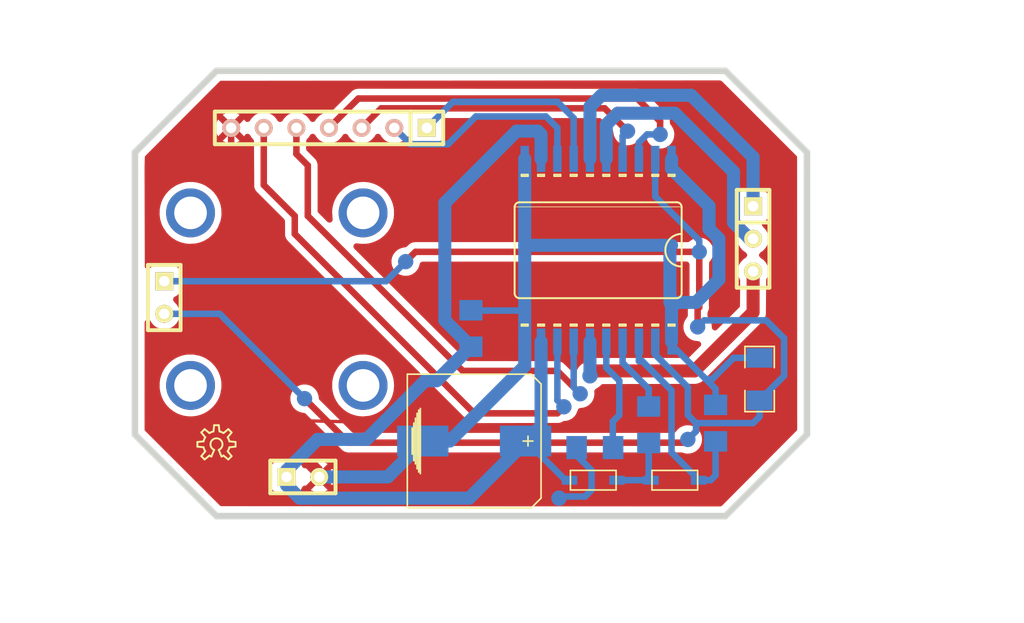
<source format=kicad_pcb>
(kicad_pcb (version 4) (host json2kicad_pcb "2021-03-15 07:30:47")

  (general
    (links 0)
    (no_connects 0)
    (area -25.9985094069 -69.2665901603 53.7545659736 9.4996)
    (thickness 1.6002)
    (drawings 0)
    (tracks 176)
    (zones 1)
    (modules 15)
    (nets 590)
  )

  (page A3)
  (title_block
    (date "30 dec 2015")
  )

  (layers
  (0 B.Cu signal)
  (1 Inner1.Cu signal)
  (2 Inner2.Cu signal)
  (15 F.Cu signal)
  (20 B.SilkS user)
  (21 F.SilkS user)
  (22 B.Paste user)
  (23 F.Paste user)
  (24 Dwgs.User user)
  (25 Cmts.User user)
  (26 Eco1.User user)
  (27 Eco2.User user)
  (28 Edge.Cuts user)
  (31 B.Cu signal)
  (32 B.Adhes user)
  (33 F.Adhes user)
  (34 B.Paste user)
  (35 F.Paste user)
  (36 B.SilkS user)
  (37 F.SilkS user)
  (38 B.Mask user)
  (39 F.Mask user)
  (40 Dwgs.User user)
  (41 Cmts.User user)
  (42 Eco1.User user)
  (43 Eco2.User user)
  (44 Edge.Cuts user)
  )

  (setup
(last_trace_width 0.254)
    (trace_clearance 0.254)
    (zone_clearance 0.508)
    (zone_45_only no)
    (trace_min 0.254)
    (segment_width 0.2)
    (edge_width 0.1)
    (via_size 1.19888)
    (via_drill 0.635)
    (via_min_size 0.889)
    (via_min_drill 0.508)
    (uvia_size 0.508)
    (uvia_drill 0.127)
    (uvias_allowed no)
    (uvia_min_size 0.508)
    (uvia_min_drill 0.127)
    (pcb_text_width 0.3)
    (pcb_text_size 1.5 1.5)
    (mod_edge_width 0.15)
    (mod_text_size 1 1)
    (mod_text_width 0.15)
    (pad_size 1.5 1.5)
    (pad_drill 0.6)
    (pad_to_mask_clearance 0)
    (aux_axis_origin 0 0)
    (visible_elements 7FFFFFFF)
    (pcbplotparams
      (layerselection 0x00030_80000001)
      (usegerberextensions true)
      (excludeedgelayer true)
      (linewidth 0.150000)
      (plotframeref false)
      (viasonmask false)
      (mode 1)
      (useauxorigin false)
      (hpglpennumber 1)
      (hpglpenspeed 20)
      (hpglpendiameter 15)
      (hpglpenoverlay 2)
      (psnegative false)
      (psa4output false)
      (plotreference true)
      (plotvalue true)
      (plotinvisibletext false)
      (padsonsilk false)
      (subtractmaskfromsilk false)
      (outputformat 1)
      (mirror false)
      (drillshape 1)
      (scaleselection 1)
      (outputdirectory ""))
  )

  (net 0 "")
  (net 1 "N-00001")
  (net 2 "N-00002")
  (net 3 "N-00003")
  (net 4 "N-00004")
  (net 5 "N-00005")
  (net 6 "N-00006")
  (net 7 "N-00007")
  (net 8 "N-00008")
  (net 9 "N-00009")
  (net 10 "N-00010")
  (net 11 "N-00011")
  (net 12 "N-00012")
  (net 13 "N-00013")
  (net 14 "N-00014")
  (net 15 "N-00015")
  (net 16 "N-00016")
  (net 17 "N-00017")
  (net 18 "N-00018")
  (net 66 "N-00066")
  (net 50 "N-00050")
  (net 45 "N-00045")
  (net 46 "N-00046")
  (net 44 "N-00044")
  (net 51 "N-00051")
  (net 25 "N-00025")
  (net 26 "N-00026")
  (net 58 "N-00058")
  (net 28 "N-00028")
  (net 29 "N-00029")
  (net 30 "N-00030")
  (net 31 "N-00031")
  (net 32 "N-00032")
  (net 64 "N-00064")
  (net 57 "N-00057")
  (net 69 "N-00069")
  (net 71 "N-00071")
  (net 43 "N-00043")
  (net 65 "N-00065")
  (net 56 "N-00056")
  (net 67 "N-00067")
  (net 68 "N-00068")
  (net 69 "N-00069")
  (net 70 "N-00070")
  (net 71 "N-00071")
  (net 72 "N-00072")
  (net 73 "N-00073")
  (net 74 "N-00074")
  (net 75 "N-00075")
  (net 76 "N-00076")
  (net 77 "N-00077")
  (net 78 "N-00078")
  (net 79 "N-00079")
  (net 80 "N-00080")
  (net 81 "N-00081")
  (net 82 "N-00082")
  (net 83 "N-00083")
  (net 116 "N-00116")
  (net 85 "N-00085")
  (net 127 "N-00127")
  (net 122 "N-00122")
  (net 123 "N-00123")
  (net 89 "N-00089")
  (net 90 "N-00090")
  (net 91 "N-00091")
  (net 92 "N-00092")
  (net 93 "N-00093")
  (net 94 "N-00094")
  (net 95 "N-00095")
  (net 96 "N-00096")
  (net 97 "N-00097")
  (net 117 "N-00117")
  (net 126 "N-00126")
  (net 124 "N-00124")
  (net 125 "N-00125")
  (net 135 "N-00135")
  (net 103 "N-00103")
  (net 104 "N-00104")
  (net 105 "N-00105")
  (net 106 "N-00106")
  (net 121 "N-00121")
  (net 108 "N-00108")
  (net 109 "N-00109")
  (net 120 "N-00120")
  (net 119 "N-00119")
  (net 111 "N-00111")
  (net 169 "N-00169")
  (net 113 "N-00113")
  (net 113 "N-00113")
  (net 119 "N-00119")
  (net 138 "N-00138")
  (net 115 "N-00115")
  (net 205 "N-00205")
  (net 167 "N-00167")
  (net 163 "N-00163")
  (net 139 "N-00139")
  (net 140 "N-00140")
  (net 164 "N-00164")
  (net 158 "N-00158")
  (net 193 "N-00193")
  (net 159 "N-00159")
  (net 145 "N-00145")
  (net 146 "N-00146")
  (net 161 "N-00161")
  (net 148 "N-00148")
  (net 149 "N-00149")
  (net 176 "N-00176")
  (net 199 "N-00199")
  (net 208 "N-00208")
  (net 165 "N-00165")
  (net 156 "N-00156")
  (net 156 "N-00156")
  (net 157 "N-00157")
  (net 170 "N-00170")
  (net 171 "N-00171")
  (net 172 "N-00172")
  (net 173 "N-00173")
  (net 190 "N-00190")
  (net 175 "N-00175")
  (net 180 "N-00180")
  (net 179 "N-00179")
  (net 189 "N-00189")
  (net 188 "N-00188")
  (net 183 "N-00183")
  (net 184 "N-00184")
  (net 185 "N-00185")
  (net 207 "N-00207")
  (net 192 "N-00192")
  (net 194 "N-00194")
  (net 206 "N-00206")
  (net 201 "N-00201")
  (net 197 "N-00197")
  (net 203 "N-00203")
  (net 209 "N-00209")
  (net 210 "N-00210")
  (net 211 "N-00211")
  (net 212 "N-00212")
  (net 213 "N-00213")
  (net 214 "N-00214")
  (net 215 "N-00215")
  (net 216 "N-00216")
  (net 217 "N-00217")
  (net 218 "N-00218")
  (net 219 "N-00219")
  (net 220 "N-00220")
  (net 221 "N-00221")
  (net 222 "N-00222")
  (net 223 "N-00223")
  (net 224 "N-00224")
  (net 225 "N-00225")
  (net 226 "N-00226")
  (net 227 "N-00227")
  (net 228 "N-00228")
  (net 229 "N-00229")
  (net 230 "N-00230")
  (net 231 "N-00231")
  (net 232 "N-00232")
  (net 233 "N-00233")
  (net 234 "N-00234")
  (net 235 "N-00235")
  (net 236 "N-00236")
  (net 237 "N-00237")
  (net 238 "N-00238")
  (net 239 "N-00239")
  (net 240 "N-00240")
  (net 241 "N-00241")
  (net 242 "N-00242")
  (net 243 "N-00243")
  (net 244 "N-00244")
  (net 245 "N-00245")
  (net 246 "N-00246")
  (net 247 "N-00247")
  (net 248 "N-00248")
  (net 249 "N-00249")
  (net 250 "N-00250")
  (net 251 "N-00251")
  (net 252 "N-00252")
  (net 253 "N-00253")
  (net 254 "N-00254")
  (net 255 "N-00255")
  (net 256 "N-00256")
  (net 257 "N-00257")
  (net 258 "N-00258")
  (net 259 "N-00259")
  (net 260 "N-00260")
  (net 261 "N-00261")
  (net 262 "N-00262")
  (net 263 "N-00263")
  (net 264 "N-00264")
  (net 265 "N-00265")
  (net 266 "N-00266")
  (net 267 "N-00267")
  (net 268 "N-00268")
  (net 269 "N-00269")
  (net 270 "N-00270")
  (net 271 "N-00271")
  (net 272 "N-00272")
  (net 273 "N-00273")
  (net 274 "N-00274")
  (net 275 "N-00275")
  (net 276 "N-00276")
  (net 277 "N-00277")
  (net 278 "N-00278")
  (net 279 "N-00279")
  (net 280 "N-00280")
  (net 281 "N-00281")
  (net 282 "N-00282")
  (net 283 "N-00283")
  (net 284 "N-00284")
  (net 285 "N-00285")
  (net 286 "N-00286")
  (net 287 "N-00287")
  (net 288 "N-00288")
  (net 289 "N-00289")
  (net 290 "N-00290")
  (net 291 "N-00291")
  (net 292 "N-00292")
  (net 293 "N-00293")
  (net 294 "N-00294")
  (net 295 "N-00295")
  (net 296 "N-00296")
  (net 297 "N-00297")
  (net 298 "N-00298")
  (net 299 "N-00299")
  (net 300 "N-00300")
  (net 301 "N-00301")
  (net 302 "N-00302")
  (net 303 "N-00303")
  (net 304 "N-00304")
  (net 305 "N-00305")
  (net 306 "N-00306")
  (net 307 "N-00307")
  (net 308 "N-00308")
  (net 309 "N-00309")
  (net 310 "N-00310")
  (net 311 "N-00311")
  (net 312 "N-00312")
  (net 313 "N-00313")
  (net 314 "N-00314")
  (net 315 "N-00315")
  (net 316 "N-00316")
  (net 317 "N-00317")
  (net 318 "N-00318")
  (net 319 "N-00319")
  (net 320 "N-00320")
  (net 321 "N-00321")
  (net 322 "N-00322")
  (net 323 "N-00323")
  (net 324 "N-00324")
  (net 325 "N-00325")
  (net 326 "N-00326")
  (net 327 "N-00327")
  (net 328 "N-00328")
  (net 329 "N-00329")
  (net 330 "N-00330")
  (net 331 "N-00331")
  (net 332 "N-00332")
  (net 333 "N-00333")
  (net 334 "N-00334")
  (net 335 "N-00335")
  (net 336 "N-00336")
  (net 337 "N-00337")
  (net 338 "N-00338")
  (net 339 "N-00339")
  (net 340 "N-00340")
  (net 341 "N-00341")
  (net 342 "N-00342")
  (net 343 "N-00343")
  (net 344 "N-00344")
  (net 345 "N-00345")
  (net 346 "N-00346")
  (net 347 "N-00347")
  (net 348 "N-00348")
  (net 349 "N-00349")
  (net 350 "N-00350")
  (net 351 "N-00351")
  (net 352 "N-00352")
  (net 353 "N-00353")
  (net 354 "N-00354")
  (net 355 "N-00355")
  (net 356 "N-00356")
  (net 357 "N-00357")
  (net 358 "N-00358")
  (net 359 "N-00359")
  (net 360 "N-00360")
  (net 361 "N-00361")
  (net 362 "N-00362")
  (net 363 "N-00363")
  (net 364 "N-00364")
  (net 365 "N-00365")
  (net 366 "N-00366")
  (net 367 "N-00367")
  (net 368 "N-00368")
  (net 369 "N-00369")
  (net 370 "N-00370")
  (net 371 "N-00371")
  (net 372 "N-00372")
  (net 373 "N-00373")
  (net 374 "N-00374")
  (net 375 "N-00375")
  (net 376 "N-00376")
  (net 377 "N-00377")
  (net 378 "N-00378")
  (net 379 "N-00379")
  (net 380 "N-00380")
  (net 381 "N-00381")
  (net 382 "N-00382")
  (net 383 "N-00383")
  (net 384 "N-00384")
  (net 385 "N-00385")
  (net 386 "N-00386")
  (net 387 "N-00387")
  (net 388 "N-00388")
  (net 389 "N-00389")
  (net 390 "N-00390")
  (net 391 "N-00391")
  (net 392 "N-00392")
  (net 393 "N-00393")
  (net 394 "N-00394")
  (net 395 "N-00395")
  (net 396 "N-00396")
  (net 397 "N-00397")
  (net 398 "N-00398")
  (net 399 "N-00399")
  (net 400 "N-00400")
  (net 401 "N-00401")
  (net 402 "N-00402")
  (net 403 "N-00403")
  (net 404 "N-00404")
  (net 405 "N-00405")
  (net 406 "N-00406")
  (net 407 "N-00407")
  (net 408 "N-00408")
  (net 409 "N-00409")
  (net 410 "N-00410")
  (net 411 "N-00411")
  (net 412 "N-00412")
  (net 413 "N-00413")
  (net 414 "N-00414")
  (net 415 "N-00415")
  (net 416 "N-00416")
  (net 417 "N-00417")
  (net 418 "N-00418")
  (net 419 "N-00419")
  (net 420 "N-00420")
  (net 421 "N-00421")
  (net 422 "N-00422")
  (net 423 "N-00423")
  (net 424 "N-00424")
  (net 425 "N-00425")
  (net 426 "N-00426")
  (net 427 "N-00427")
  (net 428 "N-00428")
  (net 429 "N-00429")
  (net 430 "N-00430")
  (net 431 "N-00431")
  (net 432 "N-00432")
  (net 433 "N-00433")
  (net 434 "N-00434")
  (net 435 "N-00435")
  (net 436 "N-00436")
  (net 437 "N-00437")
  (net 438 "N-00438")
  (net 439 "N-00439")
  (net 440 "N-00440")
  (net 441 "N-00441")
  (net 442 "N-00442")
  (net 443 "N-00443")
  (net 444 "N-00444")
  (net 445 "N-00445")
  (net 446 "N-00446")
  (net 447 "N-00447")
  (net 448 "N-00448")
  (net 449 "N-00449")
  (net 450 "N-00450")
  (net 451 "N-00451")
  (net 452 "N-00452")
  (net 453 "N-00453")
  (net 520 "N-00520")
  (net 455 "N-00455")
  (net 523 "N-00523")
  (net 530 "N-00530")
  (net 458 "N-00458")
  (net 459 "N-00459")
  (net 519 "N-00519")
  (net 566 "N-00566")
  (net 522 "N-00522")
  (net 602 "N-00602")
  (net 514 "N-00514")
  (net 465 "N-00465")
  (net 466 "N-00466")
  (net 467 "N-00467")
  (net 468 "N-00468")
  (net 521 "N-00521")
  (net 533 "N-00533")
  (net 600 "N-00600")
  (net 577 "N-00577")
  (net 556 "N-00556")
  (net 474 "N-00474")
  (net 475 "N-00475")
  (net 476 "N-00476")
  (net 477 "N-00477")
  (net 478 "N-00478")
  (net 479 "N-00479")
  (net 480 "N-00480")
  (net 481 "N-00481")
  (net 482 "N-00482")
  (net 483 "N-00483")
  (net 484 "N-00484")
  (net 485 "N-00485")
  (net 486 "N-00486")
  (net 487 "N-00487")
  (net 488 "N-00488")
  (net 489 "N-00489")
  (net 490 "N-00490")
  (net 491 "N-00491")
  (net 492 "N-00492")
  (net 493 "N-00493")
  (net 494 "N-00494")
  (net 495 "N-00495")
  (net 496 "N-00496")
  (net 497 "N-00497")
  (net 498 "N-00498")
  (net 499 "N-00499")
  (net 500 "N-00500")
  (net 501 "N-00501")
  (net 579 "N-00579")
  (net 503 "N-00503")
  (net 504 "N-00504")
  (net 505 "N-00505")
  (net 506 "N-00506")
  (net 507 "N-00507")
  (net 508 "N-00508")
  (net 509 "N-00509")
  (net 510 "N-00510")
  (net 511 "N-00511")
  (net 512 "N-00512")
  (net 513 "N-00513")
  (net 574 "N-00574")
  (net 603 "N-00603")
  (net 544 "N-00544")
  (net 568 "N-00568")
  (net 547 "N-00547")
  (net 548 "N-00548")
  (net 550 "N-00550")
  (net 597 "N-00597")
  (net 596 "N-00596")
  (net 543 "N-00543")
  (net 551 "N-00551")
  (net 555 "N-00555")
  (net 670 "N-00670")
  (net 564 "N-00564")
  (net 589 "N-00589")
  (net 562 "N-00562")
  (net 567 "N-00567")
  (net 595 "N-00595")
  (net 606 "N-00606")
  (net 592 "N-00592")
  (net 593 "N-00593")
  (net 594 "N-00594")
  (net 607 "N-00607")
  (net 608 "N-00608")
  (net 609 "N-00609")
  (net 610 "N-00610")
  (net 611 "N-00611")
  (net 612 "N-00612")
  (net 613 "N-00613")
  (net 614 "N-00614")
  (net 615 "N-00615")
  (net 616 "N-00616")
  (net 617 "N-00617")
  (net 618 "N-00618")
  (net 619 "N-00619")
  (net 620 "N-00620")
  (net 621 "N-00621")
  (net 622 "N-00622")
  (net 630 "N-00630")
  (net 662 "N-00662")
  (net 628 "N-00628")
  (net 658 "N-00658")
  (net 632 "N-00632")
  (net 633 "N-00633")
  (net 634 "N-00634")
  (net 666 "N-00666")
  (net 686 "N-00686")
  (net 637 "N-00637")
  (net 638 "N-00638")
  (net 639 "N-00639")
  (net 640 "N-00640")
  (net 641 "N-00641")
  (net 642 "N-00642")
  (net 643 "N-00643")
  (net 644 "N-00644")
  (net 645 "N-00645")
  (net 646 "N-00646")
  (net 690 "N-00690")
  (net 680 "N-00680")
  (net 669 "N-00669")
  (net 667 "N-00667")
  (net 668 "N-00668")
  (net 652 "N-00652")
  (net 653 "N-00653")
  (net 654 "N-00654")
  (net 655 "N-00655")
  (net 656 "N-00656")
  (net 657 "N-00657")
  (net 663 "N-00663")
  (net 665 "N-00665")
  (net 1 "N-00001")
  (net 2 "N-00002")
  (net 3 "N-00003")
  (net 4 "N-00004")
  (net 5 "N-00005")
  (net 6 "N-00006")
  (net 691 "N-00691")
  (net 8 "N-00008")
  (net 692 "N-00692")
  (net 794 "N-00794")
  (net 694 "N-00694")
  (net 695 "N-00695")
  (net 696 "N-00696")
  (net 697 "N-00697")
  (net 698 "N-00698")
  (net 699 "N-00699")
  (net 700 "N-00700")
  (net 809 "N-00809")
  (net 702 "N-00702")
  (net 703 "N-00703")
  (net 704 "N-00704")
  (net 705 "N-00705")
  (net 706 "N-00706")
  (net 707 "N-00707")
  (net 708 "N-00708")
  (net 709 "N-00709")
  (net 710 "N-00710")
  (net 817 "N-00817")
  (net 729 "N-00729")
  (net 713 "N-00713")
  (net 714 "N-00714")
  (net 715 "N-00715")
  (net 716 "N-00716")
  (net 717 "N-00717")
  (net 718 "N-00718")
  (net 719 "N-00719")
  (net 720 "N-00720")
  (net 721 "N-00721")
  (net 798 "N-00798")
  (net 727 "N-00727")
  (net 726 "N-00726")
  (net 725 "N-00725")
  (net 728 "N-00728")
  (net 730 "N-00730")
  (net 731 "N-00731")
  (net 761 "N-00761")
  (net 733 "N-00733")
  (net 734 "N-00734")
  (net 735 "N-00735")
  (net 736 "N-00736")
  (net 737 "N-00737")
  (net 738 "N-00738")
  (net 739 "N-00739")
  (net 740 "N-00740")
  (net 741 "N-00741")
  (net 742 "N-00742")
  (net 743 "N-00743")
  (net 744 "N-00744")
  (net 745 "N-00745")
  (net 801 "N-00801")
  (net 747 "N-00747")
  (net 763 "N-00763")
  (net 807 "N-00807")
  (net 768 "N-00768")
  (net 751 "N-00751")
  (net 764 "N-00764")
  (net 762 "N-00762")
  (net 770 "N-00770")
  (net 769 "N-00769")
  (net 760 "N-00760")
  (net 767 "N-00767")
  (net 758 "N-00758")
  (net 759 "N-00759")
  (net 795 "N-00795")
  (net 797 "N-00797")
  (net 793 "N-00793")
  (net 805 "N-00805")
  (net 796 "N-00796")
  (net 776 "N-00776")
  (net 786 "N-00786")
  (net 819 "N-00819")
  (net 815 "N-00815")

  (net_class Default "This is the default net class."
    (via_dia 1.19888)
    (via_drill 0.635)
    (uvia_drill 0.127)
    (trace_width 0.254)
    (uvia_dia 0.508)
    (clearance 0.254)
    (add_net "")
    (add_net "N-00001")
    (add_net "N-00002")
    (add_net "N-00003")
    (add_net "N-00004")
    (add_net "N-00005")
    (add_net "N-00006")
    (add_net "N-00007")
    (add_net "N-00008")
    (add_net "N-00009")
    (add_net "N-00010")
    (add_net "N-00011")
    (add_net "N-00012")
    (add_net "N-00013")
    (add_net "N-00014")
    (add_net "N-00015")
    (add_net "N-00016")
    (add_net "N-00017")
    (add_net "N-00018")
    (add_net "N-00345")
    (add_net "N-00025")
    (add_net "N-00026")
    (add_net "N-00028")
    (add_net "N-00029")
    (add_net "N-00030")
    (add_net "N-00031")
    (add_net "N-00032")
    (add_net "N-00720")
    (add_net "N-00347")
    (add_net "N-00348")
    (add_net "N-00043")
    (add_net "N-00044")
    (add_net "N-00045")
    (add_net "N-00046")
    (add_net "N-00349")
    (add_net "N-00344")
    (add_net "")
    (add_net "N-00050")
    (add_net "N-00051")
    (add_net "N-00340")
    (add_net "N-00341")
    (add_net "N-00342")
    (add_net "N-00343")
    (add_net "N-00056")
    (add_net "N-00057")
    (add_net "N-00058")
    (add_net "N-00351")
    (add_net "N-00348")
    (add_net "N-00349")
    (add_net "N-00817")
    (add_net "N-00064")
    (add_net "N-00065")
    (add_net "N-00066")
    (add_net "N-00067")
    (add_net "N-00068")
    (add_net "N-00069")
    (add_net "N-00070")
    (add_net "N-00071")
    (add_net "N-00072")
    (add_net "N-00073")
    (add_net "N-00074")
    (add_net "N-00075")
    (add_net "N-00076")
    (add_net "N-00077")
    (add_net "N-00078")
    (add_net "N-00079")
    (add_net "N-00080")
    (add_net "N-00081")
    (add_net "N-00082")
    (add_net "N-00083")
    (add_net "N-00085")
    (add_net "N-00716")
    (add_net "N-00742")
    (add_net "N-00089")
    (add_net "N-00090")
    (add_net "N-00091")
    (add_net "N-00092")
    (add_net "N-00093")
    (add_net "N-00094")
    (add_net "N-00095")
    (add_net "N-00096")
    (add_net "N-00097")
    (add_net "N-00103")
    (add_net "N-00104")
    (add_net "N-00105")
    (add_net "N-00106")
    (add_net "N-00108")
    (add_net "N-00109")
    (add_net "N-00619")
    (add_net "N-00111")
    (add_net "N-00113")
    (add_net "N-00115")
    (add_net "N-00116")
    (add_net "N-00117")
    (add_net "N-00298")
    (add_net "N-00119")
    (add_net "N-00120")
    (add_net "N-00121")
    (add_net "N-00122")
    (add_net "N-00123")
    (add_net "N-00124")
    (add_net "N-00125")
    (add_net "N-00126")
    (add_net "N-00127")
    (add_net "N-00718")
    (add_net "N-00593")
    (add_net "N-00592")
    (add_net "N-00199")
    (add_net "N-00594")
    (add_net "N-00597")
    (add_net "N-00135")
    (add_net "N-00194")
    (add_net "N-00138")
    (add_net "N-00139")
    (add_net "N-00140")
    (add_net "N-00190")
    (add_net "N-00193")
    (add_net "N-00192")
    (add_net "N-00270")
    (add_net "N-00145")
    (add_net "N-00146")
    (add_net "N-00273")
    (add_net "N-00148")
    (add_net "N-00149")
    (add_net "N-00276")
    (add_net "N-00277")
    (add_net "N-00278")
    (add_net "N-00279")
    (add_net "N-00156")
    (add_net "N-00157")
    (add_net "N-00158")
    (add_net "N-00159")
    (add_net "N-00161")
    (add_net "N-00163")
    (add_net "N-00164")
    (add_net "N-00165")
    (add_net "N-00167")
    (add_net "N-00628")
    (add_net "N-00169")
    (add_net "N-00170")
    (add_net "N-00171")
    (add_net "N-00172")
    (add_net "N-00173")
    (add_net "N-00175")
    (add_net "N-00176")
    (add_net "N-00179")
    (add_net "N-00180")
    (add_net "N-00521")
    (add_net "N-00522")
    (add_net "N-00183")
    (add_net "N-00184")
    (add_net "N-00185")
    (add_net "N-00188")
    (add_net "N-00189")
    (add_net "N-00190")
    (add_net "N-00715")
    (add_net "N-00192")
    (add_net "N-00193")
    (add_net "N-00194")
    (add_net "N-00448")
    (add_net "N-00197")
    (add_net "N-00199")
    (add_net "N-00443")
    (add_net "N-00201")
    (add_net "N-00441")
    (add_net "N-00203")
    (add_net "N-00447")
    (add_net "N-00205")
    (add_net "N-00206")
    (add_net "N-00207")
    (add_net "N-00208")
    (add_net "N-00209")
    (add_net "N-00108")
    (add_net "N-00109")
    (add_net "N-00212")
    (add_net "N-00213")
    (add_net "N-00214")
    (add_net "N-00215")
    (add_net "N-00216")
    (add_net "N-00103")
    (add_net "N-00218")
    (add_net "N-00219")
    (add_net "N-00106")
    (add_net "N-00221")
    (add_net "N-00104")
    (add_net "N-00105")
    (add_net "N-00224")
    (add_net "N-00225")
    (add_net "N-00226")
    (add_net "N-00227")
    (add_net "N-00228")
    (add_net "N-00229")
    (add_net "N-00230")
    (add_net "N-00231")
    (add_net "N-00232")
    (add_net "N-00032")
    (add_net "N-00031")
    (add_net "N-00030")
    (add_net "N-00236")
    (add_net "N-00237")
    (add_net "N-00238")
    (add_net "N-00239")
    (add_net "N-00240")
    (add_net "N-00241")
    (add_net "N-00242")
    (add_net "N-00243")
    (add_net "N-00244")
    (add_net "N-00245")
    (add_net "N-00246")
    (add_net "N-00247")
    (add_net "N-00248")
    (add_net "N-00249")
    (add_net "N-00250")
    (add_net "N-00251")
    (add_net "N-00252")
    (add_net "N-00253")
    (add_net "N-00254")
    (add_net "N-00255")
    (add_net "N-00256")
    (add_net "N-00257")
    (add_net "N-00258")
    (add_net "N-00259")
    (add_net "N-00260")
    (add_net "N-00261")
    (add_net "N-00262")
    (add_net "N-00263")
    (add_net "N-00264")
    (add_net "N-00265")
    (add_net "N-00266")
    (add_net "N-00267")
    (add_net "N-00268")
    (add_net "N-00269")
    (add_net "N-00270")
    (add_net "N-00271")
    (add_net "N-00272")
    (add_net "N-00273")
    (add_net "N-00274")
    (add_net "N-00275")
    (add_net "N-00276")
    (add_net "N-00277")
    (add_net "N-00278")
    (add_net "N-00279")
    (add_net "N-00280")
    (add_net "N-00281")
    (add_net "N-00282")
    (add_net "N-00283")
    (add_net "N-00284")
    (add_net "N-00285")
    (add_net "N-00286")
    (add_net "N-00287")
    (add_net "N-00288")
    (add_net "N-00289")
    (add_net "N-00290")
    (add_net "N-00291")
    (add_net "N-00292")
    (add_net "N-00293")
    (add_net "N-00294")
    (add_net "N-00295")
    (add_net "N-00296")
    (add_net "N-00297")
    (add_net "N-00298")
    (add_net "N-00299")
    (add_net "N-00300")
    (add_net "N-00301")
    (add_net "N-00302")
    (add_net "N-00303")
    (add_net "N-00304")
    (add_net "N-00305")
    (add_net "N-00306")
    (add_net "N-00307")
    (add_net "N-00308")
    (add_net "N-00309")
    (add_net "N-00310")
    (add_net "N-00006")
    (add_net "N-00312")
    (add_net "N-00313")
    (add_net "N-00314")
    (add_net "N-00315")
    (add_net "N-00316")
    (add_net "N-00317")
    (add_net "N-00318")
    (add_net "N-00319")
    (add_net "N-00320")
    (add_net "N-00321")
    (add_net "N-00322")
    (add_net "N-00323")
    (add_net "N-00324")
    (add_net "N-00325")
    (add_net "N-00326")
    (add_net "N-00327")
    (add_net "N-00328")
    (add_net "N-00329")
    (add_net "N-00330")
    (add_net "N-00331")
    (add_net "N-00332")
    (add_net "N-00333")
    (add_net "N-00334")
    (add_net "N-00335")
    (add_net "N-00336")
    (add_net "N-00337")
    (add_net "N-00338")
    (add_net "N-00339")
    (add_net "N-00340")
    (add_net "N-00341")
    (add_net "N-00342")
    (add_net "N-00343")
    (add_net "N-00091")
    (add_net "N-00090")
    (add_net "N-00093")
    (add_net "N-00092")
    (add_net "N-00095")
    (add_net "N-00094")
    (add_net "N-00097")
    (add_net "N-00096")
    (add_net "N-00352")
    (add_net "N-00353")
    (add_net "N-00354")
    (add_net "N-00355")
    (add_net "N-00356")
    (add_net "N-00357")
    (add_net "N-00358")
    (add_net "N-00359")
    (add_net "N-00360")
    (add_net "N-00361")
    (add_net "N-00362")
    (add_net "N-00363")
    (add_net "N-00364")
    (add_net "N-00365")
    (add_net "N-00366")
    (add_net "N-00367")
    (add_net "N-00368")
    (add_net "N-00369")
    (add_net "N-00370")
    (add_net "N-00371")
    (add_net "N-00372")
    (add_net "N-00373")
    (add_net "N-00374")
    (add_net "N-00375")
    (add_net "N-00376")
    (add_net "N-00377")
    (add_net "N-00217")
    (add_net "N-00379")
    (add_net "N-00380")
    (add_net "N-00381")
    (add_net "N-00382")
    (add_net "N-00383")
    (add_net "N-00384")
    (add_net "N-00385")
    (add_net "N-00386")
    (add_net "N-00387")
    (add_net "N-00388")
    (add_net "N-00389")
    (add_net "N-00390")
    (add_net "N-00391")
    (add_net "N-00392")
    (add_net "N-00393")
    (add_net "N-00394")
    (add_net "N-00395")
    (add_net "N-00396")
    (add_net "N-00397")
    (add_net "N-00398")
    (add_net "N-00399")
    (add_net "N-00400")
    (add_net "N-00401")
    (add_net "N-00402")
    (add_net "N-00403")
    (add_net "N-00238")
    (add_net "N-00239")
    (add_net "N-00406")
    (add_net "N-00407")
    (add_net "N-00234")
    (add_net "N-00235")
    (add_net "N-00236")
    (add_net "N-00237")
    (add_net "N-00230")
    (add_net "N-00231")
    (add_net "N-00232")
    (add_net "N-00233")
    (add_net "N-00416")
    (add_net "N-00417")
    (add_net "N-00418")
    (add_net "N-00411")
    (add_net "N-00420")
    (add_net "N-00421")
    (add_net "N-00422")
    (add_net "N-00423")
    (add_net "N-00424")
    (add_net "N-00412")
    (add_net "N-00426")
    (add_net "N-00427")
    (add_net "N-00428")
    (add_net "N-00429")
    (add_net "N-00430")
    (add_net "N-00413")
    (add_net "N-00001")
    (add_net "N-00433")
    (add_net "N-00434")
    (add_net "N-00435")
    (add_net "N-00436")
    (add_net "N-00414")
    (add_net "N-00438")
    (add_net "N-00439")
    (add_net "N-00440")
    (add_net "N-00441")
    (add_net "N-00442")
    (add_net "N-00415")
    (add_net "N-00444")
    (add_net "N-00445")
    (add_net "N-00446")
    (add_net "N-00447")
    (add_net "N-00146")
    (add_net "N-00449")
    (add_net "N-00450")
    (add_net "N-00145")
    (add_net "N-00452")
    (add_net "N-00453")
    (add_net "N-00140")
    (add_net "N-00455")
    (add_net "N-00612")
    (add_net "N-00613")
    (add_net "N-00458")
    (add_net "N-00459")
    (add_net "N-00616")
    (add_net "N-00617")
    (add_net "N-00148")
    (add_net "N-00149")
    (add_net "N-00465")
    (add_net "N-00466")
    (add_net "N-00419")
    (add_net "N-00468")
    (add_net "N-00761")
    (add_net "N-00474")
    (add_net "N-00475")
    (add_net "N-00476")
    (add_net "N-00477")
    (add_net "N-00478")
    (add_net "N-00479")
    (add_net "N-00480")
    (add_net "N-00344")
    (add_net "N-00482")
    (add_net "N-00483")
    (add_net "N-00484")
    (add_net "N-00485")
    (add_net "N-00486")
    (add_net "N-00487")
    (add_net "N-00488")
    (add_net "N-00489")
    (add_net "N-00490")
    (add_net "N-00491")
    (add_net "N-00492")
    (add_net "N-00493")
    (add_net "N-00494")
    (add_net "N-00495")
    (add_net "N-00496")
    (add_net "N-00497")
    (add_net "N-00345")
    (add_net "N-00499")
    (add_net "N-00500")
    (add_net "N-00501")
    (add_net "N-00425")
    (add_net "N-00504")
    (add_net "N-00505")
    (add_net "N-00506")
    (add_net "N-00507")
    (add_net "N-00508")
    (add_net "N-00509")
    (add_net "N-00510")
    (add_net "N-00511")
    (add_net "N-00512")
    (add_net "N-00513")
    (add_net "N-00514")
    (add_net "N-00819")
    (add_net "N-00519")
    (add_net "N-00520")
    (add_net "N-00521")
    (add_net "N-00522")
    (add_net "N-00523")
    (add_net "N-00770")
    (add_net "N-00530")
    (add_net "N-00498")
    (add_net "N-00533")
    (add_net "N-00135")
    (add_net "N-00494")
    (add_net "N-00495")
    (add_net "N-00139")
    (add_net "N-00138")
    (add_net "N-00490")
    (add_net "N-00491")
    (add_net "N-00492")
    (add_net "N-00493")
    (add_net "N-00544")
    (add_net "N-00025")
    (add_net "N-00026")
    (add_net "N-00547")
    (add_net "N-00548")
    (add_net "N-00550")
    (add_net "N-00551")
    (add_net "N-00555")
    (add_net "N-00028")
    (add_net "N-00029")
    (add_net "N-00564")
    (add_net "N-00407")
    (add_net "N-00406")
    (add_net "N-00405")
    (add_net "N-00404")
    (add_net "N-00403")
    (add_net "N-00402")
    (add_net "N-00401")
    (add_net "N-00400")
    (add_net "N-00568")
    (add_net "N-00769")
    (add_net "N-00409")
    (add_net "N-00408")
    (add_net "N-00481")
    (add_net "N-00577")
    (add_net "N-00579")
    (add_net "N-00589")
    (add_net "N-00455")
    (add_net "N-00592")
    (add_net "N-00593")
    (add_net "N-00594")
    (add_net "N-00595")
    (add_net "N-00596")
    (add_net "N-00597")
    (add_net "N-00600")
    (add_net "N-00442")
    (add_net "N-00603")
    (add_net "N-00606")
    (add_net "N-00607")
    (add_net "N-00608")
    (add_net "N-00609")
    (add_net "N-00610")
    (add_net "N-00443")
    (add_net "N-00612")
    (add_net "N-00613")
    (add_net "N-00614")
    (add_net "N-00615")
    (add_net "N-00616")
    (add_net "N-00617")
    (add_net "N-00618")
    (add_net "N-00619")
    (add_net "N-00620")
    (add_net "N-00621")
    (add_net "N-00622")
    (add_net "N-00379")
    (add_net "N-00378")
    (add_net "N-00628")
    (add_net "N-00630")
    (add_net "N-00819")
    (add_net "N-00371")
    (add_net "N-00370")
    (add_net "N-00373")
    (add_net "N-00372")
    (add_net "N-00375")
    (add_net "N-00374")
    (add_net "N-00377")
    (add_net "N-00376")
    (add_net "N-00640")
    (add_net "N-00448")
    (add_net "N-00642")
    (add_net "N-00643")
    (add_net "N-00644")
    (add_net "N-00645")
    (add_net "N-00646")
    (add_net "N-00346")
    (add_net "N-00567")
    (add_net "N-00706")
    (add_net "N-00707")
    (add_net "N-00652")
    (add_net "N-00618")
    (add_net "N-00654")
    (add_net "N-00655")
    (add_net "N-00393")
    (add_net "N-00392")
    (add_net "N-00391")
    (add_net "N-00089")
    (add_net "N-00397")
    (add_net "N-00396")
    (add_net "N-00395")
    (add_net "N-00394")
    (add_net "N-00082")
    (add_net "N-00083")
    (add_net "N-00080")
    (add_net "N-00081")
    (add_net "N-00668")
    (add_net "N-00669")
    (add_net "N-00670")
    (add_net "N-00085")
    (add_net "N-00797")
    (add_net "N-00796")
    (add_net "N-00795")
    (add_net "N-00794")
    (add_net "N-00793")
    (add_net "N-00680")
    (add_net "N-00796")
    (add_net "N-00416")
    (add_net "N-00686")
    (add_net "N-00798")
    (add_net "N-00738")
    (add_net "N-00690")
    (add_net "N-00432")
    (add_net "N-00692")
    (add_net "N-00798")
    (add_net "N-00007")
    (add_net "N-00695")
    (add_net "N-00696")
    (add_net "N-00697")
    (add_net "N-00698")
    (add_net "N-00699")
    (add_net "N-00700")
    (add_net "N-00610")
    (add_net "N-00702")
    (add_net "N-00703")
    (add_net "N-00704")
    (add_net "N-00705")
    (add_net "N-00706")
    (add_net "N-00611")
    (add_net "N-00708")
    (add_net "N-00709")
    (add_net "N-00710")
    (add_net "N-00512")
    (add_net "N-00713")
    (add_net "N-00714")
    (add_net "N-00299")
    (add_net "N-00716")
    (add_net "N-00717")
    (add_net "N-00718")
    (add_net "N-00589")
    (add_net "N-00245")
    (add_net "N-00244")
    (add_net "N-00247")
    (add_net "N-00246")
    (add_net "N-00241")
    (add_net "N-00240")
    (add_net "N-00243")
    (add_net "N-00242")
    (add_net "N-00728")
    (add_net "N-00729")
    (add_net "N-00730")
    (add_net "N-00615")
    (add_net "N-00249")
    (add_net "N-00248")
    (add_net "N-00734")
    (add_net "N-00735")
    (add_net "N-00736")
    (add_net "N-00737")
    (add_net "N-00738")
    (add_net "N-00295")
    (add_net "N-00740")
    (add_net "N-00741")
    (add_net "N-00742")
    (add_net "N-00743")
    (add_net "N-00744")
    (add_net "N-00292")
    (add_net "N-00747")
    (add_net "N-00293")
    (add_net "N-00445")
    (add_net "N-00467")
    (add_net "N-00410")
    (add_net "N-00290")
    (add_net "N-00707")
    (add_net "N-00759")
    (add_net "N-00511")
    (add_net "N-00510")
    (add_net "N-00513")
    (add_net "N-00291")
    (add_net "N-00764")
    (add_net "N-00514")
    (add_net "N-00767")
    (add_net "N-00458")
    (add_net "N-00459")
    (add_net "N-00621")
    (add_net "N-00620")
    (add_net "N-00450")
    (add_net "N-00451")
    (add_net "N-00452")
    (add_net "N-00453")
    (add_net "N-00346")
    (add_net "N-00776")
    (add_net "N-00786")
    (add_net "N-00179")
    (add_net "N-00176")
    (add_net "N-00175")
    (add_net "N-00795")
    (add_net "N-00173")
    (add_net "N-00172")
    (add_net "N-00171")
    (add_net "N-00170")
    (add_net "N-00801")
    (add_net "N-00805")
    (add_net "N-00657")
    (add_net "N-00809")
    (add_net "N-00596")
    (add_net "N-00654")
    (add_net "N-00815")
    (add_net "N-00656")
    (add_net "N-00183")
    (add_net "N-00180")
    (add_net "N-00002")
    (add_net "N-00652")
    (add_net "N-00653")
    (add_net "N-00184")
    (add_net "N-00185")
    (add_net "N-00188")
    (add_net "N-00189")
    (add_net "N-00197")
    (add_net "N-00658")
    (add_net "N-00815")
    (add_net "N-00347")
    (add_net "N-00437")
    (add_net "N-00294")
    (add_net "N-00764")
    (add_net "N-00011")
    (add_net "N-00010")
    (add_net "N-00013")
    (add_net "N-00012")
    (add_net "N-00015")
    (add_net "N-00014")
    (add_net "N-00017")
    (add_net "N-00016")
    (add_net "N-00018")
    (add_net "N-00272")
    (add_net "N-00713")
    (add_net "N-00274")
    (add_net "N-00733")
    (add_net "N-00275")
    (add_net "N-00751")
    (add_net "N-00759")
    (add_net "N-00498")
    (add_net "N-00322")
    (add_net "N-00323")
    (add_net "N-00320")
    (add_net "N-00321")
    (add_net "N-00326")
    (add_net "N-00327")
    (add_net "N-00324")
    (add_net "N-00325")
    (add_net "N-00328")
    (add_net "N-00329")
    (add_net "N-00714")
    (add_net "N-00335")
    (add_net "N-00201")
    (add_net "N-00203")
    (add_net "N-00758")
    (add_net "N-00205")
    (add_net "N-00770")
    (add_net "N-00207")
    (add_net "N-00206")
    (add_net "N-00209")
    (add_net "N-00208")
    (add_net "N-00503")
    (add_net "N-00077")
    (add_net "N-00076")
    (add_net "N-00075")
    (add_net "N-00074")
    (add_net "N-00073")
    (add_net "N-00072")
    (add_net "N-00071")
    (add_net "N-00070")
    (add_net "N-00655")
    (add_net "N-00079")
    (add_net "N-00078")
    (add_net "N-00686")
    (add_net "N-00715")
    (add_net "N-00807")
    (add_net "N-00680")
    (add_net "N-00805")
    (add_net "N-00337")
    (add_net "N-00669")
    (add_net "N-00668")
    (add_net "N-00667")
    (add_net "N-00666")
    (add_net "N-00665")
    (add_net "N-00663")
    (add_net "N-00662")
    (add_net "N-00769")
    (add_net "N-00556")
    (add_net "N-00692")
    (add_net "N-00690")
    (add_net "N-00691")
    (add_net "N-00696")
    (add_net "N-00697")
    (add_net "N-00694")
    (add_net "N-00695")
    (add_net "N-00698")
    (add_net "N-00699")
    (add_net "N-00807")
    (add_net "N-00543")
    (add_net "N-00547")
    (add_net "N-00544")
    (add_net "N-00008")
    (add_net "N-00548")
    (add_net "N-00523")
    (add_net "N-00120")
    (add_net "N-00121")
    (add_net "N-00122")
    (add_net "N-00123")
    (add_net "N-00124")
    (add_net "N-00125")
    (add_net "N-00126")
    (add_net "N-00127")
    (add_net "N-00717")
    (add_net "N-00378")
    (add_net "N-00719")
    (add_net "N-00520")
    (add_net "N-00414")
    (add_net "N-00415")
    (add_net "N-00333")
    (add_net "N-00417")
    (add_net "N-00410")
    (add_net "N-00411")
    (add_net "N-00412")
    (add_net "N-00413")
    (add_net "N-00418")
    (add_net "N-00419")
    (add_net "N-00776")
    (add_net "N-00499")
    (add_net "N-00319")
    (add_net "N-00318")
    (add_net "N-00313")
    (add_net "N-00312")
    (add_net "N-00311")
    (add_net "N-00310")
    (add_net "N-00317")
    (add_net "N-00316")
    (add_net "N-00315")
    (add_net "N-00314")
    (add_net "N-00332")
    (add_net "N-00809")
    (add_net "N-00721")
    (add_net "N-00496")
    (add_net "N-00653")
    (add_net "N-00497")
    (add_net "N-00003")
    (add_net "N-00725")
    (add_net "N-00368")
    (add_net "N-00369")
    (add_net "N-00366")
    (add_net "N-00367")
    (add_net "N-00364")
    (add_net "N-00365")
    (add_net "N-00362")
    (add_net "N-00363")
    (add_net "N-00360")
    (add_net "N-00361")
    (add_net "N-00440")
    (add_net "N-00446")
    (add_net "N-00380")
    (add_net "N-00381")
    (add_net "N-00382")
    (add_net "N-00383")
    (add_net "N-00384")
    (add_net "N-00385")
    (add_net "N-00386")
    (add_net "N-00387")
    (add_net "N-00388")
    (add_net "N-00389")
    (add_net "N-00444")
    (add_net "N-00786")
    (add_net "N-00431")
    (add_net "N-00210")
    (add_net "N-00451")
    (add_net "N-00211")
    (add_net "N-00768")
    (add_net "N-00579")
    (add_net "N-00622")
    (add_net "N-00556")
    (add_net "N-00577")
    (add_net "N-00574")
    (add_net "N-00258")
    (add_net "N-00259")
    (add_net "N-00064")
    (add_net "N-00065")
    (add_net "N-00066")
    (add_net "N-00067")
    (add_net "N-00068")
    (add_net "N-00069")
    (add_net "N-00250")
    (add_net "N-00251")
    (add_net "N-00256")
    (add_net "N-00257")
    (add_net "N-00254")
    (add_net "N-00255")
    (add_net "N-00603")
    (add_net "N-00220")
    (add_net "N-00794")
    (add_net "N-00602")
    (add_net "N-00562")
    (add_net "N-00726")
    (add_net "N-00710")
    (add_net "N-00733")
    (add_net "N-00735")
    (add_net "N-00222")
    (add_net "N-00508")
    (add_net "N-00509")
    (add_net "N-00506")
    (add_net "N-00507")
    (add_net "N-00504")
    (add_net "N-00223")
    (add_net "N-00503")
    (add_net "N-00500")
    (add_net "N-00501")
    (add_net "N-00630")
    (add_net "N-00632")
    (add_net "N-00633")
    (add_net "N-00634")
    (add_net "N-00566")
    (add_net "N-00637")
    (add_net "N-00465")
    (add_net "N-00639")
    (add_net "N-00467")
    (add_net "N-00466")
    (add_net "N-00727")
    (add_net "N-00169")
    (add_net "N-00736")
    (add_net "N-00164")
    (add_net "N-00165")
    (add_net "N-00167")
    (add_net "N-00161")
    (add_net "N-00163")
    (add_net "N-00350")
    (add_net "N-00740")
    (add_net "N-00691")
    (add_net "N-00574")
    (add_net "N-00233")
    (add_net "N-00751")
    (add_net "N-00234")
    (add_net "N-00235")
    (add_net "N-00797")
    (add_net "N-00641")
    (add_net "N-00640")
    (add_net "N-00405")
    (add_net "N-00643")
    (add_net "N-00662")
    (add_net "N-00642")
    (add_net "N-00009")
    (add_net "N-00645")
    (add_net "N-00646")
    (add_net "N-00644")
    (add_net "N-00438")
    (add_net "N-00731")
    (add_net "N-00439")
    (add_net "N-00436")
    (add_net "N-00437")
    (add_net "N-00434")
    (add_net "N-00760")
    (add_net "N-00435")
    (add_net "N-00703")
    (add_net "N-00768")
    (add_net "N-00432")
    (add_net "N-00433")
    (add_net "N-00357")
    (add_net "N-00356")
    (add_net "N-00355")
    (add_net "N-00354")
    (add_net "N-00353")
    (add_net "N-00352")
    (add_net "N-00351")
    (add_net "N-00350")
    (add_net "N-00801")
    (add_net "N-00431")
    (add_net "N-00519")
    (add_net "N-00741")
    (add_net "N-00359")
    (add_net "N-00358")
    (add_net "N-00216")
    (add_net "N-00217")
    (add_net "N-00214")
    (add_net "N-00215")
    (add_net "N-00212")
    (add_net "N-00213")
    (add_net "N-00210")
    (add_net "N-00211")
    (add_net "N-00762")
    (add_net "N-00763")
    (add_net "N-00760")
    (add_net "N-00761")
    (add_net "N-00767")
    (add_net "N-00218")
    (add_net "N-00219")
    (add_net "N-00339")
    (add_net "N-00602")
    (add_net "N-00338")
    (add_net "N-00666")
    (add_net "N-00289")
    (add_net "N-00288")
    (add_net "N-00793")
    (add_net "N-00004")
    (add_net "N-00334")
    (add_net "N-00281")
    (add_net "N-00280")
    (add_net "N-00283")
    (add_net "N-00282")
    (add_net "N-00285")
    (add_net "N-00284")
    (add_net "N-00287")
    (add_net "N-00286")
    (add_net "N-00336")
    (add_net "N-00667")
    (add_net "N-00331")
    (add_net "N-00670")
    (add_net "N-00330")
    (add_net "N-00263")
    (add_net "N-00262")
    (add_net "N-00261")
    (add_net "N-00260")
    (add_net "N-00267")
    (add_net "N-00266")
    (add_net "N-00265")
    (add_net "N-00264")
    (add_net "N-00269")
    (add_net "N-00268")
    (add_net "N-00058")
    (add_net "N-00057")
    (add_net "N-00056")
    (add_net "N-00051")
    (add_net "N-00050")
    (add_net "N-00533")
    (add_net "N-00614")
    (add_net "N-00530")
    (add_net "N-00115")
    (add_net "N-00252")
    (add_net "N-00117")
    (add_net "N-00116")
    (add_net "N-00111")
    (add_net "N-00113")
    (add_net "N-00253")
    (add_net "N-00119")
    (add_net "N-00429")
    (add_net "N-00428")
    (add_net "N-00739")
    (add_net "N-00421")
    (add_net "N-00420")
    (add_net "N-00423")
    (add_net "N-00422")
    (add_net "N-00425")
    (add_net "N-00424")
    (add_net "N-00427")
    (add_net "N-00426")
    (add_net "N-00308")
    (add_net "N-00309")
    (add_net "N-00300")
    (add_net "N-00301")
    (add_net "N-00302")
    (add_net "N-00303")
    (add_net "N-00304")
    (add_net "N-00305")
    (add_net "N-00306")
    (add_net "N-00307")
    (add_net "N-00632")
    (add_net "N-00633")
    (add_net "N-00634")
    (add_net "N-00296")
    (add_net "N-00743")
    (add_net "N-00637")
    (add_net "N-00638")
    (add_net "N-00639")
    (add_net "N-00555")
    (add_net "N-00641")
    (add_net "N-00744")
    (add_net "N-00762")
    (add_net "N-00430")
    (add_net "N-00708")
    (add_net "N-00709")
    (add_net "N-00731")
    (add_net "N-00730")
    (add_net "N-00745")
    (add_net "N-00271")
    (add_net "N-00694")
    (add_net "N-00704")
    (add_net "N-00705")
    (add_net "N-00734")
    (add_net "N-00568")
    (add_net "N-00409")
    (add_net "N-00737")
    (add_net "N-00449")
    (add_net "N-00700")
    (add_net "N-00562")
    (add_net "N-00311")
    (add_net "N-00564")
    (add_net "N-00566")
    (add_net "N-00567")
    (add_net "N-00739")
    (add_net "N-00817")
    (add_net "N-00702")
    (add_net "N-00229")
    (add_net "N-00228")
    (add_net "N-00227")
    (add_net "N-00226")
    (add_net "N-00225")
    (add_net "N-00224")
    (add_net "N-00223")
    (add_net "N-00222")
    (add_net "N-00221")
    (add_net "N-00220")
    (add_net "N-00656")
    (add_net "N-00505")
    (add_net "N-00747")
    (add_net "N-00657")
    (add_net "N-00404")
    (add_net "N-00745")
    (add_net "N-00658")
    (add_net "N-00726")
    (add_net "N-00727")
    (add_net "N-00390")
    (add_net "N-00720")
    (add_net "N-00721")
    (add_net "N-00551")
    (add_net "N-00297")
    (add_net "N-00728")
    (add_net "N-00729")
    (add_net "N-00607")
    (add_net "N-00606")
    (add_net "N-00600")
    (add_net "N-00157")
    (add_net "N-00156")
    (add_net "N-00159")
    (add_net "N-00158")
    (add_net "N-00663")
    (add_net "N-00609")
    (add_net "N-00608")
    (add_net "N-00758")
    (add_net "N-00665")
    (add_net "N-00550")
    (add_net "N-00399")
    (add_net "N-00468")
    (add_net "N-00398")
    (add_net "N-00763")
    (add_net "N-00046")
    (add_net "N-00044")
    (add_net "N-00045")
    (add_net "N-00043")
    (add_net "N-00638")
    (add_net "N-00611")
    (add_net "N-00005")
    (add_net "N-00543")
    (add_net "N-00725")
    (add_net "N-00595")
    (add_net "N-00489")
    (add_net "N-00488")
    (add_net "N-00487")
    (add_net "N-00486")
    (add_net "N-00485")
    (add_net "N-00484")
    (add_net "N-00483")
    (add_net "N-00482")
    (add_net "N-00481")
    (add_net "N-00480")
    (add_net "N-00408")
    (add_net "N-00476")
    (add_net "N-00477")
    (add_net "N-00474")
    (add_net "N-00475")
    (add_net "N-00478")
    (add_net "N-00479")
    (add_net "N-00719")
  )
  (module "powerSO20"
    (layer "F.Cu")
    (tedit 0)
    (tstamp 0)
    (at 20.574 -49.784 -180.00)
    (fp_text reference "U0"
      (at -0.254 0.0 0.00)
      (layer Eco1.User)
      (effects (font (size 1.27 0.0)
        (thickness 0.0)))
    )
    (fp_text value "l6234"
      (at 2.413 0.0 0.00)
      (layer Eco1.User)
      (effects (font (size 1.27 0.0)
        (thickness 0.0)))
    )
    (fp_line (start 6.1214 -3.7338) (end -6.1214 -3.7338) (layer F.SilkS) (width 0.1524))
    (fp_arc (start 6.1214 3.3528) (end 6.1214 3.7338) (angle -90.00) (layer F.SilkS) (width 0.1524))
    (fp_arc (start -6.1214 -3.3528) (end -6.5024 -3.3528) (angle 90.00) (layer F.SilkS) (width 0.1524))
    (fp_arc (start 6.1214 -3.3528) (end 6.1214 -3.7338) (angle 90.00) (layer F.SilkS) (width 0.1524))
    (fp_arc (start -6.1214 3.3528) (end -6.5024 3.3528) (angle -90.00) (layer F.SilkS) (width 0.1524))
    (fp_line (start -6.1214 3.7338) (end 6.1214 3.7338) (layer F.SilkS) (width 0.1524))
    (fp_line (start 6.5024 3.3528) (end 6.5024 -3.3528) (layer F.SilkS) (width 0.1524))
    (fp_line (start -6.5024 -3.3528) (end -6.5024 -1.27) (layer F.SilkS) (width 0.1524))
    (fp_line (start -6.5024 -1.27) (end -6.5024 1.27) (layer F.SilkS) (width 0.1524))
    (fp_line (start -6.5024 1.27) (end -6.5024 3.3528) (layer F.SilkS) (width 0.1524))
    (fp_line (start -6.477 3.3782) (end 6.477 3.3782) (layer F.SilkS) (width 0.0508))
    (fp_arc (start -6.5024 0.0) (end -6.5024 -1.27) (angle 180.00) (layer F.SilkS) (width 0.1524))
    (fp_line (start -5.969 5.8928) (end -5.461 5.8928) (layer F.SilkS) (width 0.127))
    (fp_line (start -5.461 5.8928) (end -5.461 5.7658) (layer F.SilkS) (width 0.127))
    (fp_line (start -5.461 5.7658) (end -5.969 5.7658) (layer F.SilkS) (width 0.127))
    (fp_line (start -5.969 5.7658) (end -5.969 5.8928) (layer F.SilkS) (width 0.127))
    (fp_line (start -5.969 7.366) (end -5.461 7.366) (layer Cmts.User) (width 0.127))
    (fp_line (start -5.461 7.366) (end -5.461 5.8928) (layer Cmts.User) (width 0.127))
    (fp_line (start -5.461 5.8928) (end -5.969 5.8928) (layer Cmts.User) (width 0.127))
    (fp_line (start -5.969 5.8928) (end -5.969 7.366) (layer Cmts.User) (width 0.127))
    (fp_line (start -4.699 5.8928) (end -4.191 5.8928) (layer F.SilkS) (width 0.127))
    (fp_line (start -4.191 5.8928) (end -4.191 5.7658) (layer F.SilkS) (width 0.127))
    (fp_line (start -4.191 5.7658) (end -4.699 5.7658) (layer F.SilkS) (width 0.127))
    (fp_line (start -4.699 5.7658) (end -4.699 5.8928) (layer F.SilkS) (width 0.127))
    (fp_line (start -4.699 7.366) (end -4.191 7.366) (layer Cmts.User) (width 0.127))
    (fp_line (start -4.191 7.366) (end -4.191 5.8928) (layer Cmts.User) (width 0.127))
    (fp_line (start -4.191 5.8928) (end -4.699 5.8928) (layer Cmts.User) (width 0.127))
    (fp_line (start -4.699 5.8928) (end -4.699 7.366) (layer Cmts.User) (width 0.127))
    (fp_line (start -3.429 5.8928) (end -2.921 5.8928) (layer F.SilkS) (width 0.127))
    (fp_line (start -2.921 5.8928) (end -2.921 5.7658) (layer F.SilkS) (width 0.127))
    (fp_line (start -2.921 5.7658) (end -3.429 5.7658) (layer F.SilkS) (width 0.127))
    (fp_line (start -3.429 5.7658) (end -3.429 5.8928) (layer F.SilkS) (width 0.127))
    (fp_line (start -3.429 7.366) (end -2.921 7.366) (layer Cmts.User) (width 0.127))
    (fp_line (start -2.921 7.366) (end -2.921 5.8928) (layer Cmts.User) (width 0.127))
    (fp_line (start -2.921 5.8928) (end -3.429 5.8928) (layer Cmts.User) (width 0.127))
    (fp_line (start -3.429 5.8928) (end -3.429 7.366) (layer Cmts.User) (width 0.127))
    (fp_line (start -2.159 5.8928) (end -1.651 5.8928) (layer F.SilkS) (width 0.127))
    (fp_line (start -1.651 5.8928) (end -1.651 5.7658) (layer F.SilkS) (width 0.127))
    (fp_line (start -1.651 5.7658) (end -2.159 5.7658) (layer F.SilkS) (width 0.127))
    (fp_line (start -2.159 5.7658) (end -2.159 5.8928) (layer F.SilkS) (width 0.127))
    (fp_line (start -2.159 7.366) (end -1.651 7.366) (layer Cmts.User) (width 0.127))
    (fp_line (start -1.651 7.366) (end -1.651 5.8928) (layer Cmts.User) (width 0.127))
    (fp_line (start -1.651 5.8928) (end -2.159 5.8928) (layer Cmts.User) (width 0.127))
    (fp_line (start -2.159 5.8928) (end -2.159 7.366) (layer Cmts.User) (width 0.127))
    (fp_line (start -0.889 7.366) (end -0.381 7.366) (layer Cmts.User) (width 0.127))
    (fp_line (start -0.381 7.366) (end -0.381 5.8928) (layer Cmts.User) (width 0.127))
    (fp_line (start -0.381 5.8928) (end -0.889 5.8928) (layer Cmts.User) (width 0.127))
    (fp_line (start -0.889 5.8928) (end -0.889 7.366) (layer Cmts.User) (width 0.127))
    (fp_line (start -0.889 5.8928) (end -0.381 5.8928) (layer F.SilkS) (width 0.127))
    (fp_line (start -0.381 5.8928) (end -0.381 5.7658) (layer F.SilkS) (width 0.127))
    (fp_line (start -0.381 5.7658) (end -0.889 5.7658) (layer F.SilkS) (width 0.127))
    (fp_line (start -0.889 5.7658) (end -0.889 5.8928) (layer F.SilkS) (width 0.127))
    (fp_line (start 0.381 5.8928) (end 0.889 5.8928) (layer F.SilkS) (width 0.127))
    (fp_line (start 0.889 5.8928) (end 0.889 5.7658) (layer F.SilkS) (width 0.127))
    (fp_line (start 0.889 5.7658) (end 0.381 5.7658) (layer F.SilkS) (width 0.127))
    (fp_line (start 0.381 5.7658) (end 0.381 5.8928) (layer F.SilkS) (width 0.127))
    (fp_line (start 0.381 7.366) (end 0.889 7.366) (layer Cmts.User) (width 0.127))
    (fp_line (start 0.889 7.366) (end 0.889 5.8928) (layer Cmts.User) (width 0.127))
    (fp_line (start 0.889 5.8928) (end 0.381 5.8928) (layer Cmts.User) (width 0.127))
    (fp_line (start 0.381 5.8928) (end 0.381 7.366) (layer Cmts.User) (width 0.127))
    (fp_line (start 1.651 5.8928) (end 2.159 5.8928) (layer F.SilkS) (width 0.127))
    (fp_line (start 2.159 5.8928) (end 2.159 5.7658) (layer F.SilkS) (width 0.127))
    (fp_line (start 2.159 5.7658) (end 1.651 5.7658) (layer F.SilkS) (width 0.127))
    (fp_line (start 1.651 5.7658) (end 1.651 5.8928) (layer F.SilkS) (width 0.127))
    (fp_line (start 1.651 7.366) (end 2.159 7.366) (layer Cmts.User) (width 0.127))
    (fp_line (start 2.159 7.366) (end 2.159 5.8928) (layer Cmts.User) (width 0.127))
    (fp_line (start 2.159 5.8928) (end 1.651 5.8928) (layer Cmts.User) (width 0.127))
    (fp_line (start 1.651 5.8928) (end 1.651 7.366) (layer Cmts.User) (width 0.127))
    (fp_line (start 2.921 5.8928) (end 3.429 5.8928) (layer F.SilkS) (width 0.127))
    (fp_line (start 3.429 5.8928) (end 3.429 5.7658) (layer F.SilkS) (width 0.127))
    (fp_line (start 3.429 5.7658) (end 2.921 5.7658) (layer F.SilkS) (width 0.127))
    (fp_line (start 2.921 5.7658) (end 2.921 5.8928) (layer F.SilkS) (width 0.127))
    (fp_line (start 2.921 7.366) (end 3.429 7.366) (layer Cmts.User) (width 0.127))
    (fp_line (start 3.429 7.366) (end 3.429 5.8928) (layer Cmts.User) (width 0.127))
    (fp_line (start 3.429 5.8928) (end 2.921 5.8928) (layer Cmts.User) (width 0.127))
    (fp_line (start 2.921 5.8928) (end 2.921 7.366) (layer Cmts.User) (width 0.127))
    (fp_line (start -5.969 -5.8928) (end -5.461 -5.8928) (layer Cmts.User) (width 0.127))
    (fp_line (start -5.461 -5.8928) (end -5.461 -7.366) (layer Cmts.User) (width 0.127))
    (fp_line (start -5.461 -7.366) (end -5.969 -7.366) (layer Cmts.User) (width 0.127))
    (fp_line (start -5.969 -7.366) (end -5.969 -5.8928) (layer Cmts.User) (width 0.127))
    (fp_line (start -5.969 -5.7658) (end -5.461 -5.7658) (layer F.SilkS) (width 0.127))
    (fp_line (start -5.461 -5.7658) (end -5.461 -5.8928) (layer F.SilkS) (width 0.127))
    (fp_line (start -5.461 -5.8928) (end -5.969 -5.8928) (layer F.SilkS) (width 0.127))
    (fp_line (start -5.969 -5.8928) (end -5.969 -5.7658) (layer F.SilkS) (width 0.127))
    (fp_line (start -4.699 -5.7658) (end -4.191 -5.7658) (layer F.SilkS) (width 0.127))
    (fp_line (start -4.191 -5.7658) (end -4.191 -5.8928) (layer F.SilkS) (width 0.127))
    (fp_line (start -4.191 -5.8928) (end -4.699 -5.8928) (layer F.SilkS) (width 0.127))
    (fp_line (start -4.699 -5.8928) (end -4.699 -5.7658) (layer F.SilkS) (width 0.127))
    (fp_line (start -4.699 -5.8928) (end -4.191 -5.8928) (layer Cmts.User) (width 0.127))
    (fp_line (start -4.191 -5.8928) (end -4.191 -7.366) (layer Cmts.User) (width 0.127))
    (fp_line (start -4.191 -7.366) (end -4.699 -7.366) (layer Cmts.User) (width 0.127))
    (fp_line (start -4.699 -7.366) (end -4.699 -5.8928) (layer Cmts.User) (width 0.127))
    (fp_line (start -3.429 -5.7658) (end -2.921 -5.7658) (layer F.SilkS) (width 0.127))
    (fp_line (start -2.921 -5.7658) (end -2.921 -5.8928) (layer F.SilkS) (width 0.127))
    (fp_line (start -2.921 -5.8928) (end -3.429 -5.8928) (layer F.SilkS) (width 0.127))
    (fp_line (start -3.429 -5.8928) (end -3.429 -5.7658) (layer F.SilkS) (width 0.127))
    (fp_line (start -3.429 -5.8928) (end -2.921 -5.8928) (layer Cmts.User) (width 0.127))
    (fp_line (start -2.921 -5.8928) (end -2.921 -7.366) (layer Cmts.User) (width 0.127))
    (fp_line (start -2.921 -7.366) (end -3.429 -7.366) (layer Cmts.User) (width 0.127))
    (fp_line (start -3.429 -7.366) (end -3.429 -5.8928) (layer Cmts.User) (width 0.127))
    (fp_line (start -2.159 -5.7658) (end -1.651 -5.7658) (layer F.SilkS) (width 0.127))
    (fp_line (start -1.651 -5.7658) (end -1.651 -5.8928) (layer F.SilkS) (width 0.127))
    (fp_line (start -1.651 -5.8928) (end -2.159 -5.8928) (layer F.SilkS) (width 0.127))
    (fp_line (start -2.159 -5.8928) (end -2.159 -5.7658) (layer F.SilkS) (width 0.127))
    (fp_line (start -2.159 -5.8928) (end -1.651 -5.8928) (layer Cmts.User) (width 0.127))
    (fp_line (start -1.651 -5.8928) (end -1.651 -7.366) (layer Cmts.User) (width 0.127))
    (fp_line (start -1.651 -7.366) (end -2.159 -7.366) (layer Cmts.User) (width 0.127))
    (fp_line (start -2.159 -7.366) (end -2.159 -5.8928) (layer Cmts.User) (width 0.127))
    (fp_line (start -0.889 -5.7658) (end -0.381 -5.7658) (layer F.SilkS) (width 0.127))
    (fp_line (start -0.381 -5.7658) (end -0.381 -5.8928) (layer F.SilkS) (width 0.127))
    (fp_line (start -0.381 -5.8928) (end -0.889 -5.8928) (layer F.SilkS) (width 0.127))
    (fp_line (start -0.889 -5.8928) (end -0.889 -5.7658) (layer F.SilkS) (width 0.127))
    (fp_line (start -0.889 -5.8928) (end -0.381 -5.8928) (layer Cmts.User) (width 0.127))
    (fp_line (start -0.381 -5.8928) (end -0.381 -7.366) (layer Cmts.User) (width 0.127))
    (fp_line (start -0.381 -7.366) (end -0.889 -7.366) (layer Cmts.User) (width 0.127))
    (fp_line (start -0.889 -7.366) (end -0.889 -5.8928) (layer Cmts.User) (width 0.127))
    (fp_line (start 0.381 -5.7658) (end 0.889 -5.7658) (layer F.SilkS) (width 0.127))
    (fp_line (start 0.889 -5.7658) (end 0.889 -5.8928) (layer F.SilkS) (width 0.127))
    (fp_line (start 0.889 -5.8928) (end 0.381 -5.8928) (layer F.SilkS) (width 0.127))
    (fp_line (start 0.381 -5.8928) (end 0.381 -5.7658) (layer F.SilkS) (width 0.127))
    (fp_line (start 0.381 -5.8928) (end 0.889 -5.8928) (layer Cmts.User) (width 0.127))
    (fp_line (start 0.889 -5.8928) (end 0.889 -7.366) (layer Cmts.User) (width 0.127))
    (fp_line (start 0.889 -7.366) (end 0.381 -7.366) (layer Cmts.User) (width 0.127))
    (fp_line (start 0.381 -7.366) (end 0.381 -5.8928) (layer Cmts.User) (width 0.127))
    (fp_line (start 1.651 -5.7658) (end 2.159 -5.7658) (layer F.SilkS) (width 0.127))
    (fp_line (start 2.159 -5.7658) (end 2.159 -5.8928) (layer F.SilkS) (width 0.127))
    (fp_line (start 2.159 -5.8928) (end 1.651 -5.8928) (layer F.SilkS) (width 0.127))
    (fp_line (start 1.651 -5.8928) (end 1.651 -5.7658) (layer F.SilkS) (width 0.127))
    (fp_line (start 1.651 -5.8928) (end 2.159 -5.8928) (layer Cmts.User) (width 0.127))
    (fp_line (start 2.159 -5.8928) (end 2.159 -7.366) (layer Cmts.User) (width 0.127))
    (fp_line (start 2.159 -7.366) (end 1.651 -7.366) (layer Cmts.User) (width 0.127))
    (fp_line (start 1.651 -7.366) (end 1.651 -5.8928) (layer Cmts.User) (width 0.127))
    (fp_line (start 2.921 -5.7658) (end 3.429 -5.7658) (layer F.SilkS) (width 0.127))
    (fp_line (start 3.429 -5.7658) (end 3.429 -5.8928) (layer F.SilkS) (width 0.127))
    (fp_line (start 3.429 -5.8928) (end 2.921 -5.8928) (layer F.SilkS) (width 0.127))
    (fp_line (start 2.921 -5.8928) (end 2.921 -5.7658) (layer F.SilkS) (width 0.127))
    (fp_line (start 2.921 -5.8928) (end 3.429 -5.8928) (layer Cmts.User) (width 0.127))
    (fp_line (start 3.429 -5.8928) (end 3.429 -7.366) (layer Cmts.User) (width 0.127))
    (fp_line (start 3.429 -7.366) (end 2.921 -7.366) (layer Cmts.User) (width 0.127))
    (fp_line (start 2.921 -7.366) (end 2.921 -5.8928) (layer Cmts.User) (width 0.127))
    (fp_line (start 4.191 -5.7658) (end 4.699 -5.7658) (layer F.SilkS) (width 0.127))
    (fp_line (start 4.699 -5.7658) (end 4.699 -5.8928) (layer F.SilkS) (width 0.127))
    (fp_line (start 4.699 -5.8928) (end 4.191 -5.8928) (layer F.SilkS) (width 0.127))
    (fp_line (start 4.191 -5.8928) (end 4.191 -5.7658) (layer F.SilkS) (width 0.127))
    (fp_line (start 5.461 -5.7658) (end 5.969 -5.7658) (layer F.SilkS) (width 0.127))
    (fp_line (start 5.969 -5.7658) (end 5.969 -5.8928) (layer F.SilkS) (width 0.127))
    (fp_line (start 5.969 -5.8928) (end 5.461 -5.8928) (layer F.SilkS) (width 0.127))
    (fp_line (start 5.461 -5.8928) (end 5.461 -5.7658) (layer F.SilkS) (width 0.127))
    (fp_line (start 4.191 -5.8928) (end 4.699 -5.8928) (layer Cmts.User) (width 0.127))
    (fp_line (start 4.699 -5.8928) (end 4.699 -7.366) (layer Cmts.User) (width 0.127))
    (fp_line (start 4.699 -7.366) (end 4.191 -7.366) (layer Cmts.User) (width 0.127))
    (fp_line (start 4.191 -7.366) (end 4.191 -5.8928) (layer Cmts.User) (width 0.127))
    (fp_line (start 5.461 -5.8928) (end 5.969 -5.8928) (layer Cmts.User) (width 0.127))
    (fp_line (start 5.969 -5.8928) (end 5.969 -7.366) (layer Cmts.User) (width 0.127))
    (fp_line (start 5.969 -7.366) (end 5.461 -7.366) (layer Cmts.User) (width 0.127))
    (fp_line (start 5.461 -7.366) (end 5.461 -5.8928) (layer Cmts.User) (width 0.127))
    (fp_line (start 4.191 5.8928) (end 4.699 5.8928) (layer F.SilkS) (width 0.127))
    (fp_line (start 4.699 5.8928) (end 4.699 5.7658) (layer F.SilkS) (width 0.127))
    (fp_line (start 4.699 5.7658) (end 4.191 5.7658) (layer F.SilkS) (width 0.127))
    (fp_line (start 4.191 5.7658) (end 4.191 5.8928) (layer F.SilkS) (width 0.127))
    (fp_line (start 5.461 5.8928) (end 5.969 5.8928) (layer F.SilkS) (width 0.127))
    (fp_line (start 5.969 5.8928) (end 5.969 5.7658) (layer F.SilkS) (width 0.127))
    (fp_line (start 5.969 5.7658) (end 5.461 5.7658) (layer F.SilkS) (width 0.127))
    (fp_line (start 5.461 5.7658) (end 5.461 5.8928) (layer F.SilkS) (width 0.127))
    (fp_line (start 4.191 7.366) (end 4.699 7.366) (layer Cmts.User) (width 0.127))
    (fp_line (start 4.699 7.366) (end 4.699 5.8928) (layer Cmts.User) (width 0.127))
    (fp_line (start 4.699 5.8928) (end 4.191 5.8928) (layer Cmts.User) (width 0.127))
    (fp_line (start 4.191 5.8928) (end 4.191 7.366) (layer Cmts.User) (width 0.127))
    (fp_line (start 5.461 7.366) (end 5.969 7.366) (layer Cmts.User) (width 0.127))
    (fp_line (start 5.969 7.366) (end 5.969 5.8928) (layer Cmts.User) (width 0.127))
    (fp_line (start 5.969 5.8928) (end 5.461 5.8928) (layer Cmts.User) (width 0.127))
    (fp_line (start 5.461 5.8928) (end 5.461 7.366) (layer Cmts.User) (width 0.127))
    (pad 1 smd rect (at -5.715 7.112 -180.00) (size 0.6604 2.032) (drill 0.0) (layers "F.Cu" "F.Paste") (net 69 N-00069))
    (pad 2 smd rect (at -4.445 7.112 -180.00) (size 0.6604 2.032) (drill 0.0) (layers "F.Cu" "F.Paste") (net 786 N-00786))
    (pad 3 smd rect (at -3.175 7.112 -180.00) (size 0.6604 2.032) (drill 0.0) (layers "F.Cu" "F.Paste") (net 704 N-00704))
    (pad 4 smd rect (at -1.905 7.112 -180.00) (size 0.6604 2.032) (drill 0.0) (layers "F.Cu" "F.Paste") (net 705 N-00705))
    (pad 5 smd rect (at -0.635 7.112 -180.00) (size 0.6604 2.032) (drill 0.0) (layers "F.Cu" "F.Paste") (net 709 N-00709))
    (pad 6 smd rect (at 0.635 7.112 -180.00) (size 0.6604 2.032) (drill 0.0) (layers "F.Cu" "F.Paste") (net 710 N-00710))
    (pad 7 smd rect (at 1.905 7.112 -180.00) (size 0.6604 2.032) (drill 0.0) (layers "F.Cu" "F.Paste") (net 707 N-00707))
    (pad 8 smd rect (at 3.175 7.112 -180.00) (size 0.6604 2.032) (drill 0.0) (layers "F.Cu" "F.Paste") (net 706 N-00706))
    (pad 13 smd rect (at 3.175 -7.112 -180.00) (size 0.6604 2.032) (drill 0.0) (layers "F.Cu" "F.Paste") (net 702 N-00702))
    (pad 14 smd rect (at 1.905 -7.112 -180.00) (size 0.6604 2.032) (drill 0.0) (layers "F.Cu" "F.Paste") (net 703 N-00703))
    (pad 15 smd rect (at 0.635 -7.112 -180.00) (size 0.6604 2.032) (drill 0.0) (layers "F.Cu" "F.Paste") (net 708 N-00708))
    (pad 16 smd rect (at -0.635 -7.112 -180.00) (size 0.6604 2.032) (drill 0.0) (layers "F.Cu" "F.Paste") (net 721 N-00721))
    (pad 17 smd rect (at -1.905 -7.112 -180.00) (size 0.6604 2.032) (drill 0.0) (layers "F.Cu" "F.Paste") (net 733 N-00733))
    (pad 18 smd rect (at -3.175 -7.112 -180.00) (size 0.6604 2.032) (drill 0.0) (layers "F.Cu" "F.Paste") (net 776 N-00776))
    (pad 19 smd rect (at -4.445 -7.112 -180.00) (size 0.6604 2.032) (drill 0.0) (layers "F.Cu" "F.Paste") (net 786 N-00786))
    (pad 20 smd rect (at -5.715 -7.112 -180.00) (size 0.6604 2.032) (drill 0.0) (layers "F.Cu" "F.Paste") (net 69 N-00069))
    (pad 9 smd rect (at 4.445 7.112 -180.00) (size 0.6604 2.032) (drill 0.0) (layers "F.Cu" "F.Paste") (net 692 N-00692))
    (pad 10 smd rect (at 5.715 7.112 -180.00) (size 0.6604 2.032) (drill 0.0) (layers "F.Cu" "F.Paste") (net 69 N-00069))
    (pad 12 smd rect (at 4.445 -7.112 -180.00) (size 0.6604 2.032) (drill 0.0) (layers "F.Cu" "F.Paste") (net 692 N-00692))
    (pad 11 smd rect (at 5.715 -7.112 -180.00) (size 0.6604 2.032) (drill 0.0) (layers "F.Cu" "F.Paste") (net 69 N-00069))
  )

  (module "SIL-7"
    (layer "F.Cu")
    (tedit 0)
    (tstamp 0)
    (at -0.381 -59.309 -180.00)
    (fp_text reference "in_en_g"
      (at -2.54 0.0 0.00)
      (layer F.SilkS)
      (effects (font (size 1.08712 0.0)
        (thickness 0.0)))
    )
    (fp_text value "Val**"
      (at -2.54 0.0 0.00)
      (layer F.SilkS)
      (effects (font (size 1.016 0.0)
        (thickness 0.0)))
    )
    (fp_line (start -8.89 -1.27) (end -8.89 -1.27) (layer F.SilkS) (width 0.3048))
    (fp_line (start -8.89 -1.27) (end 8.89 -1.27) (layer F.SilkS) (width 0.3048))
    (fp_line (start 8.89 -1.27) (end 8.89 1.27) (layer F.SilkS) (width 0.3048))
    (fp_line (start 8.89 1.27) (end -8.89 1.27) (layer F.SilkS) (width 0.3048))
    (fp_line (start -8.89 1.27) (end -8.89 -1.27) (layer F.SilkS) (width 0.3048))
    (fp_line (start -6.35 1.27) (end -6.35 1.27) (layer F.SilkS) (width 0.3048))
    (fp_line (start -6.35 1.27) (end -6.35 -1.27) (layer F.SilkS) (width 0.3048))
    (pad 1 thru_hole rect (at -7.62 0.0 -180.00) (size 1.397 1.397) (drill 0.8128) (layers "B.Cu" "Inner1.Cu" "Inner2.Cu" "F.Cu" "F.SilkS" "B.Paste" "F.Paste") (net 707 N-00707))
    (pad 2 thru_hole circle (at -5.08 0.0 -180.00) (size 1.397 1.397) (drill 0.8128) (layers "B.Cu" "Inner1.Cu" "Inner2.Cu" "F.Cu" "B.SilkS" "F.SilkS" "B.Paste" "F.Paste") (net 706 N-00706))
    (pad 3 thru_hole circle (at -2.54 0.0 -180.00) (size 1.397 1.397) (drill 0.8128) (layers "B.Cu" "Inner1.Cu" "Inner2.Cu" "F.Cu" "B.SilkS" "F.SilkS" "B.Paste" "F.Paste") (net 705 N-00705))
    (pad 4 thru_hole circle (at 0.0 0.0 -180.00) (size 1.397 1.397) (drill 0.8128) (layers "B.Cu" "Inner1.Cu" "Inner2.Cu" "F.Cu" "B.SilkS" "F.SilkS" "B.Paste" "F.Paste") (net 704 N-00704))
    (pad 5 thru_hole circle (at 2.54 0.0 -180.00) (size 1.397 1.397) (drill 0.8128) (layers "B.Cu" "Inner1.Cu" "Inner2.Cu" "F.Cu" "B.SilkS" "F.SilkS" "B.Paste" "F.Paste") (net 703 N-00703))
    (pad 6 thru_hole circle (at 5.08 0.0 -180.00) (size 1.397 1.397) (drill 0.8128) (layers "B.Cu" "Inner1.Cu" "Inner2.Cu" "F.Cu" "B.SilkS" "F.SilkS" "B.Paste" "F.Paste") (net 702 N-00702))
    (pad 7 thru_hole circle (at 7.62 0.0 -180.00) (size 1.397 1.397) (drill 0.8128) (layers "B.Cu" "Inner1.Cu" "Inner2.Cu" "F.Cu" "B.SilkS" "F.SilkS" "B.Paste" "F.Paste") (net 69 N-00069))
  )

  (module "C1206"
    (layer "F.Cu")
    (tedit 0)
    (tstamp 0)
    (at 20.32 -34.417 -180.00)
    (fp_text reference "C1"
      (at -0.635 0.0 0.00)
      (layer Eco1.User)
      (effects (font (size 1.27 0.0)
        (thickness 0.0)))
    )
    (fp_text value "1uf"
      (at 3.175 0.0 0.00)
      (layer Eco1.User)
      (effects (font (size 1.27 0.0)
        (thickness 0.0)))
    )
    (fp_line (start 0.9525 0.8128) (end -0.9652 0.8128) (layer Cmts.User) (width 0.1524))
    (fp_line (start 0.9525 -0.8128) (end -0.9652 -0.8128) (layer Cmts.User) (width 0.1524))
    (fp_line (start -1.6891 0.8763) (end -0.9525 0.8763) (layer Cmts.User) (width 0.127))
    (fp_line (start -0.9525 0.8763) (end -0.9525 -0.8763) (layer Cmts.User) (width 0.127))
    (fp_line (start -0.9525 -0.8763) (end -1.6891 -0.8763) (layer Cmts.User) (width 0.127))
    (fp_line (start -1.6891 -0.8763) (end -1.6891 0.8763) (layer Cmts.User) (width 0.127))
    (fp_line (start 0.9525 0.8763) (end 1.6891 0.8763) (layer Cmts.User) (width 0.127))
    (fp_line (start 1.6891 0.8763) (end 1.6891 -0.8763) (layer Cmts.User) (width 0.127))
    (fp_line (start 1.6891 -0.8763) (end 0.9525 -0.8763) (layer Cmts.User) (width 0.127))
    (fp_line (start 0.9525 -0.8763) (end 0.9525 0.8763) (layer Cmts.User) (width 0.127))
    (pad 2 smd rect (at 1.41986 0.0 -180.00) (size 1.59766 1.80086) (drill 0.0) (layers "F.Cu" "F.Paste") (net 69 N-00069))
    (pad 1 smd rect (at -1.41986 0.0 -180.00) (size 1.59766 1.80086) (drill 0.0) (layers "F.Cu" "F.Paste") (net 721 N-00721))
  )

  (module "SOD-123"
    (layer "F.Cu")
    (tedit 0)
    (tstamp 0)
    (at 26.543 -31.877 -180.00)
    (fp_text reference "D1"
      (at -0.79502 0.0 0.00)
      (layer Eco1.User)
      (effects (font (size 0.4064 0.0)
        (thickness 0.0)))
    )
    (fp_text value "1n4148"
      (at 1.4859 0.0 0.00)
      (layer Eco1.User)
      (effects (font (size 0.4064 0.0)
        (thickness 0.0)))
    )
    (fp_line (start -0.99822 -0.6985) (end 0.99822 -0.6985) (layer Cmts.User) (width 0.1524))
    (fp_line (start 0.99822 -0.6985) (end 0.99822 0.6985) (layer Cmts.User) (width 0.1524))
    (fp_line (start 0.99822 0.6985) (end -0.99822 0.6985) (layer Cmts.User) (width 0.1524))
    (fp_line (start -0.99822 0.6985) (end -0.99822 -0.6985) (layer Cmts.User) (width 0.1524))
    (fp_line (start -0.49784 0.0) (end 0.09906 -0.39878) (layer Cmts.User) (width 0.1524))
    (fp_line (start 0.09906 -0.39878) (end 0.09906 0.39878) (layer Cmts.User) (width 0.1524))
    (fp_line (start 0.09906 0.39878) (end -0.49784 0.0) (layer Cmts.User) (width 0.1524))
    (fp_line (start -1.778 -0.762) (end 1.778 -0.762) (layer F.SilkS) (width 0.127))
    (fp_line (start 1.778 -0.762) (end 1.778 0.762) (layer F.SilkS) (width 0.127))
    (fp_line (start 1.778 0.762) (end -1.778 0.762) (layer F.SilkS) (width 0.127))
    (fp_line (start -1.778 0.762) (end -1.778 -0.762) (layer F.SilkS) (width 0.127))
    (fp_line (start -0.6985 0.6985) (end -0.49784 0.6985) (layer Cmts.User) (width 0.127))
    (fp_line (start -0.49784 0.6985) (end -0.49784 -0.6985) (layer Cmts.User) (width 0.127))
    (fp_line (start -0.49784 -0.6985) (end -0.6985 -0.6985) (layer Cmts.User) (width 0.127))
    (fp_line (start -0.6985 -0.6985) (end -0.6985 0.6985) (layer Cmts.User) (width 0.127))
    (pad C smd rect (at -1.84912 0.0 -180.00) (size 1.19888 0.6985) (drill 0.0) (layers "F.Cu" "F.Paste") (net 776 N-00776))
    (pad A smd rect (at 1.84912 0.0 -180.00) (size 1.19888 0.6985) (drill 0.0) (layers "F.Cu" "F.Paste") (net 798 N-00798))
  )

  (module "meow_gopro_bot_screw"
    (layer "F.Cu")
    (tedit 0)
    (tstamp 0)
    (at -4.445 -45.974 -45.00)
    (fp_text reference ""
      (at 0.0 0.0 0.00)
      (layer F.SilkS)
      (effects (font (size 0.0 0.0)
        (thickness 0.0)))
    )
    (fp_text reference "screw"
      (at 0.0 0.0 0.00)
      (layer F.SilkS)
      (effects (font (size 0.0 0.0)
        (thickness 0.0)))
    )
    (pad S0 thru_hole oval (at 0.0 9.4996 -45.00) (size 3.81 3.81) (drill 2.54) (layers "B.Cu" "Inner1.Cu" "Inner2.Cu" "F.Cu" "B.Paste" "F.Paste") (net 638 N-00638))
    (pad S1 thru_hole oval (at 9.4996 0.0 -45.00) (size 3.81 3.81) (drill 2.54) (layers "B.Cu" "Inner1.Cu" "Inner2.Cu" "F.Cu" "B.Paste" "F.Paste") (net 641 N-00641))
    (pad S2 thru_hole oval (at 0.0 -9.4996 -45.00) (size 3.81 3.81) (drill 2.54) (layers "B.Cu" "Inner1.Cu" "Inner2.Cu" "F.Cu" "B.Paste" "F.Paste") (net 639 N-00639))
    (pad S3 thru_hole oval (at -9.4996 0.0 -45.00) (size 3.81 3.81) (drill 2.54) (layers "B.Cu" "Inner1.Cu" "Inner2.Cu" "F.Cu" "B.Paste" "F.Paste") (net 640 N-00640))
  )

  (module "SIL-2"
    (layer "F.Cu")
    (tedit 0)
    (tstamp 0)
    (at -2.413 -32.131 0.00)
    (fp_text reference "motpwr"
      (at -2.54 0.0 0.00)
      (layer F.SilkS)
      (effects (font (size 1.08712 0.0)
        (thickness 0.0)))
    )
    (fp_text value "Val**"
      (at -2.54 0.0 0.00)
      (layer F.SilkS)
      (effects (font (size 1.016 0.0)
        (thickness 0.0)))
    )
    (fp_line (start -2.54 1.27) (end -2.54 -1.27) (layer F.SilkS) (width 0.3048))
    (fp_line (start -2.54 -1.27) (end 2.54 -1.27) (layer F.SilkS) (width 0.3048))
    (fp_line (start 2.54 -1.27) (end 2.54 1.27) (layer F.SilkS) (width 0.3048))
    (fp_line (start 2.54 1.27) (end -2.54 1.27) (layer F.SilkS) (width 0.3048))
    (pad 1 thru_hole rect (at -1.27 0.0 0.00) (size 1.397 1.397) (drill 0.8128) (layers "B.Cu" "Inner1.Cu" "Inner2.Cu" "F.Cu" "F.SilkS" "B.Paste" "F.Paste") (net 692 N-00692))
    (pad 2 thru_hole circle (at 1.27 0.0 0.00) (size 1.397 1.397) (drill 0.8128) (layers "B.Cu" "Inner1.Cu" "Inner2.Cu" "F.Cu" "F.SilkS" "B.Paste" "F.Paste") (net 69 N-00069))
  )

  (module "C1206"
    (layer "F.Cu")
    (tedit 0)
    (tstamp 0)
    (at 24.511 -36.195 90.00)
    (fp_text reference "C2"
      (at -0.635 0.0 0.00)
      (layer Eco1.User)
      (effects (font (size 1.27 0.0)
        (thickness 0.0)))
    )
    (fp_text value "10nf"
      (at 3.175 0.0 0.00)
      (layer Eco1.User)
      (effects (font (size 1.27 0.0)
        (thickness 0.0)))
    )
    (fp_line (start 0.9525 0.8128) (end -0.9652 0.8128) (layer Cmts.User) (width 0.1524))
    (fp_line (start 0.9525 -0.8128) (end -0.9652 -0.8128) (layer Cmts.User) (width 0.1524))
    (fp_line (start -1.6891 0.8763) (end -0.9525 0.8763) (layer Cmts.User) (width 0.127))
    (fp_line (start -0.9525 0.8763) (end -0.9525 -0.8763) (layer Cmts.User) (width 0.127))
    (fp_line (start -0.9525 -0.8763) (end -1.6891 -0.8763) (layer Cmts.User) (width 0.127))
    (fp_line (start -1.6891 -0.8763) (end -1.6891 0.8763) (layer Cmts.User) (width 0.127))
    (fp_line (start 0.9525 0.8763) (end 1.6891 0.8763) (layer Cmts.User) (width 0.127))
    (fp_line (start 1.6891 0.8763) (end 1.6891 -0.8763) (layer Cmts.User) (width 0.127))
    (fp_line (start 1.6891 -0.8763) (end 0.9525 -0.8763) (layer Cmts.User) (width 0.127))
    (fp_line (start 0.9525 -0.8763) (end 0.9525 0.8763) (layer Cmts.User) (width 0.127))
    (pad 2 smd rect (at 1.41986 0.0 90.00) (size 1.59766 1.80086) (drill 0.0) (layers "F.Cu" "F.Paste") (net 733 N-00733))
    (pad 1 smd rect (at -1.41986 0.0 90.00) (size 1.59766 1.80086) (drill 0.0) (layers "F.Cu" "F.Paste") (net 798 N-00798))
  )

  (module "C1206"
    (layer "F.Cu")
    (tedit 0)
    (tstamp 0)
    (at 29.72054 -36.322 90.00)
    (fp_text reference "C3"
      (at -0.635 0.0 0.00)
      (layer Eco1.User)
      (effects (font (size 1.27 0.0)
        (thickness 0.0)))
    )
    (fp_text value ".22uf"
      (at 3.175 0.0 0.00)
      (layer Eco1.User)
      (effects (font (size 1.27 0.0)
        (thickness 0.0)))
    )
    (fp_line (start 0.9525 0.8128) (end -0.9652 0.8128) (layer Cmts.User) (width 0.1524))
    (fp_line (start 0.9525 -0.8128) (end -0.9652 -0.8128) (layer Cmts.User) (width 0.1524))
    (fp_line (start -1.6891 0.8763) (end -0.9525 0.8763) (layer Cmts.User) (width 0.127))
    (fp_line (start -0.9525 0.8763) (end -0.9525 -0.8763) (layer Cmts.User) (width 0.127))
    (fp_line (start -0.9525 -0.8763) (end -1.6891 -0.8763) (layer Cmts.User) (width 0.127))
    (fp_line (start -1.6891 -0.8763) (end -1.6891 0.8763) (layer Cmts.User) (width 0.127))
    (fp_line (start 0.9525 0.8763) (end 1.6891 0.8763) (layer Cmts.User) (width 0.127))
    (fp_line (start 1.6891 0.8763) (end 1.6891 -0.8763) (layer Cmts.User) (width 0.127))
    (fp_line (start 1.6891 -0.8763) (end 0.9525 -0.8763) (layer Cmts.User) (width 0.127))
    (fp_line (start 0.9525 -0.8763) (end 0.9525 0.8763) (layer Cmts.User) (width 0.127))
    (pad 2 smd rect (at 1.41986 0.0 90.00) (size 1.59766 1.80086) (drill 0.0) (layers "F.Cu" "F.Paste") (net 69 N-00069))
    (pad 1 smd rect (at -1.41986 0.0 90.00) (size 1.59766 1.80086) (drill 0.0) (layers "F.Cu" "F.Paste") (net 776 N-00776))
  )

  (module "C1206"
    (layer "F.Cu")
    (tedit 0)
    (tstamp 0)
    (at 10.668 -43.688 90.00)
    (fp_text reference "c0"
      (at -0.635 0.0 0.00)
      (layer Eco1.User)
      (effects (font (size 1.27 0.0)
        (thickness 0.0)))
    )
    (fp_text value ".1uf"
      (at 3.175 0.0 0.00)
      (layer Eco1.User)
      (effects (font (size 1.27 0.0)
        (thickness 0.0)))
    )
    (fp_line (start 0.9525 0.8128) (end -0.9652 0.8128) (layer Cmts.User) (width 0.1524))
    (fp_line (start 0.9525 -0.8128) (end -0.9652 -0.8128) (layer Cmts.User) (width 0.1524))
    (fp_line (start -1.6891 0.8763) (end -0.9525 0.8763) (layer Cmts.User) (width 0.127))
    (fp_line (start -0.9525 0.8763) (end -0.9525 -0.8763) (layer Cmts.User) (width 0.127))
    (fp_line (start -0.9525 -0.8763) (end -1.6891 -0.8763) (layer Cmts.User) (width 0.127))
    (fp_line (start -1.6891 -0.8763) (end -1.6891 0.8763) (layer Cmts.User) (width 0.127))
    (fp_line (start 0.9525 0.8763) (end 1.6891 0.8763) (layer Cmts.User) (width 0.127))
    (fp_line (start 1.6891 0.8763) (end 1.6891 -0.8763) (layer Cmts.User) (width 0.127))
    (fp_line (start 1.6891 -0.8763) (end 0.9525 -0.8763) (layer Cmts.User) (width 0.127))
    (fp_line (start 0.9525 -0.8763) (end 0.9525 0.8763) (layer Cmts.User) (width 0.127))
    (pad 2 smd rect (at 1.41986 0.0 90.00) (size 1.59766 1.80086) (drill 0.0) (layers "F.Cu" "F.Paste") (net 69 N-00069))
    (pad 1 smd rect (at -1.41986 0.0 90.00) (size 1.59766 1.80086) (drill 0.0) (layers "F.Cu" "F.Paste") (net 692 N-00692))
  )

  (module "SIL-3"
    (layer "F.Cu")
    (tedit 0)
    (tstamp 0)
    (at 32.639 -50.673 -90.00)
    (fp_text reference "MOTOR"
      (at -2.54 0.0 0.00)
      (layer F.SilkS)
      (effects (font (size 1.07696 0.0)
        (thickness 0.0)))
    )
    (fp_text value "Val**"
      (at -2.54 0.0 0.00)
      (layer F.SilkS)
      (effects (font (size 1.016 0.0)
        (thickness 0.0)))
    )
    (fp_line (start -3.81 1.27) (end -3.81 -1.27) (layer F.SilkS) (width 0.3048))
    (fp_line (start -3.81 -1.27) (end 3.81 -1.27) (layer F.SilkS) (width 0.3048))
    (fp_line (start 3.81 -1.27) (end 3.81 1.27) (layer F.SilkS) (width 0.3048))
    (fp_line (start 3.81 1.27) (end -3.81 1.27) (layer F.SilkS) (width 0.3048))
    (fp_line (start -1.27 -1.27) (end -1.27 1.27) (layer F.SilkS) (width 0.3048))
    (pad 1 thru_hole rect (at -2.54 0.0 -90.00) (size 1.397 1.397) (drill 0.8128) (layers "B.Cu" "Inner1.Cu" "Inner2.Cu" "F.Cu" "F.SilkS" "B.Paste" "F.Paste") (net 710 N-00710))
    (pad 2 thru_hole circle (at 0.0 0.0 -90.00) (size 1.397 1.397) (drill 0.8128) (layers "B.Cu" "Inner1.Cu" "Inner2.Cu" "F.Cu" "F.SilkS" "B.Paste" "F.Paste") (net 709 N-00709))
    (pad 3 thru_hole circle (at 2.54 0.0 -90.00) (size 1.397 1.397) (drill 0.8128) (layers "B.Cu" "Inner1.Cu" "Inner2.Cu" "F.Cu" "F.SilkS" "B.Paste" "F.Paste") (net 708 N-00708))
  )

  (module "SOD-123"
    (layer "F.Cu")
    (tedit 0)
    (tstamp 0)
    (at 20.193 -31.877 -180.00)
    (fp_text reference "D0"
      (at -0.79502 0.0 0.00)
      (layer Eco1.User)
      (effects (font (size 0.4064 0.0)
        (thickness 0.0)))
    )
    (fp_text value "1n4148"
      (at 1.4859 0.0 0.00)
      (layer Eco1.User)
      (effects (font (size 0.4064 0.0)
        (thickness 0.0)))
    )
    (fp_line (start -0.99822 -0.6985) (end 0.99822 -0.6985) (layer Cmts.User) (width 0.1524))
    (fp_line (start 0.99822 -0.6985) (end 0.99822 0.6985) (layer Cmts.User) (width 0.1524))
    (fp_line (start 0.99822 0.6985) (end -0.99822 0.6985) (layer Cmts.User) (width 0.1524))
    (fp_line (start -0.99822 0.6985) (end -0.99822 -0.6985) (layer Cmts.User) (width 0.1524))
    (fp_line (start -0.49784 0.0) (end 0.09906 -0.39878) (layer Cmts.User) (width 0.1524))
    (fp_line (start 0.09906 -0.39878) (end 0.09906 0.39878) (layer Cmts.User) (width 0.1524))
    (fp_line (start 0.09906 0.39878) (end -0.49784 0.0) (layer Cmts.User) (width 0.1524))
    (fp_line (start -1.778 -0.762) (end 1.778 -0.762) (layer F.SilkS) (width 0.127))
    (fp_line (start 1.778 -0.762) (end 1.778 0.762) (layer F.SilkS) (width 0.127))
    (fp_line (start 1.778 0.762) (end -1.778 0.762) (layer F.SilkS) (width 0.127))
    (fp_line (start -1.778 0.762) (end -1.778 -0.762) (layer F.SilkS) (width 0.127))
    (fp_line (start -0.6985 0.6985) (end -0.49784 0.6985) (layer Cmts.User) (width 0.127))
    (fp_line (start -0.49784 0.6985) (end -0.49784 -0.6985) (layer Cmts.User) (width 0.127))
    (fp_line (start -0.49784 -0.6985) (end -0.6985 -0.6985) (layer Cmts.User) (width 0.127))
    (fp_line (start -0.6985 -0.6985) (end -0.6985 0.6985) (layer Cmts.User) (width 0.127))
    (pad C smd rect (at -1.84912 0.0 -180.00) (size 1.19888 0.6985) (drill 0.0) (layers "F.Cu" "F.Paste") (net 798 N-00798))
    (pad A smd rect (at 1.84912 0.0 -180.00) (size 1.19888 0.6985) (drill 0.0) (layers "F.Cu" "F.Paste") (net 692 N-00692))
  )

  (gr_line (start -9.144 -63.754) (end 30.48 -63.754) (angle 51566.20) (width 0.508) (layer Edge.Cuts))
  (gr_line (start 36.83 -56.134) (end 36.83 -35.433) (angle 51566.20) (width 0.508) (layer Edge.Cuts))
  (zone (net 8) (net_name N-00008) (layer B.Cu) (tstamp 0) (hatch edge 0.508)
    (connect_pads (clearance 0.508)) (min_thickness 0.254) (fill (arc_segments 16) (thermal_gap 0.508)  (thermal_bridge_width 0.508))
    (polygon (pts
      (xy -25.9985094069 -69.2665901603)
      (xy 53.7545659736 -69.2665901603)
      (xy 53.7545659736 -20.7318439807)
      (xy -25.9985094069 -20.7318439807)
    ))
    (filled_polygon (pts
      (xy 30.06344 -29.96184)
      (xy -8.77824 -29.98216)
      (xy -14.61516 -35.81654)
      (xy -14.61262 -44.13758)
      (xy -14.59484 -44.20108)
      (xy -14.54912 -44.2468)
      (xy -14.48562 -44.26458)
      (xy -14.42212 -44.2468)
      (xy -14.37386 -44.19854)
      (xy -14.29766 -44.06138)
      (xy -14.09192 -43.83024)
      (xy -13.92174 -43.70578)
      (xy -13.6906 -43.58894)
      (xy -13.46708 -43.52544)
      (xy -13.24356 -43.4975)
      (xy -12.97178 -43.52036)
      (xy -12.74318 -43.58132)
      (xy -12.51712 -43.688)
      (xy -12.35456 -43.80738)
      (xy -12.13104 -44.04614)
      (xy -12.0015 -44.26458)
      (xy -11.938 -44.4246)
      (xy -11.88466 -44.67352)
      (xy -11.88212 -44.96816)
      (xy -11.93038 -45.20692)
      (xy -11.99642 -45.38726)
      (xy -12.11834 -45.60062)
      (xy -12.3444 -45.847)
      (xy -12.39774 -45.93336)
      (xy -12.3698 -46.02988)
      (xy -12.13104 -46.1645)
      (xy -12.0015 -46.29404)
      (xy -11.90498 -46.482)
      (xy -11.8745 -46.6725)
      (xy -11.8745 -48.0695)
      (xy -11.90498 -48.26)
      (xy -12.0015 -48.44796)
      (xy -12.13104 -48.5775)
      (xy -12.319 -48.67402)
      (xy -12.51458 -48.7045)
      (xy -13.90142 -48.7045)
      (xy -14.097 -48.67402)
      (xy -14.28496 -48.5775)
      (xy -14.44498 -48.43526)
      (xy -14.5034 -48.43272)
      (xy -14.59738 -48.49876)
      (xy -14.6177 -56.26354)
      (xy -14.59484 -57.0357)
      (xy -8.79602 -62.8523)
      (xy 30.04312 -62.88024)
      (xy 30.13202 -62.84214)
      (xy 35.93846 -57.03316)
      (xy 35.94608 -35.8267)
      (xy 30.12186 -29.97454)
      (xy 30.06344 -29.96184)
      (xy -1.17856 -30.7975)
      (xy -0.90678 -30.82036)
      (xy -0.67818 -30.88132)
      (xy -0.45466 -30.98546)
      (xy -0.29464 -31.1023)
      (xy -1.143 -31.95066)
      (xy -1.99136 -31.10484)
      (xy -1.85674 -31.00578)
      (xy -1.6256 -30.88894)
      (xy -1.40208 -30.82544)
      (xy -1.17856 -30.7975)
      (xy -4.37642 -30.7975)
      (xy -2.98958 -30.7975)
      (xy -2.794 -30.82798)
      (xy -2.60604 -30.9245)
      (xy -2.4765 -31.05404)
      (xy -2.33172 -31.30804)
      (xy -2.27584 -31.3309)
      (xy -2.21488 -31.32328)
      (xy -2.17424 -31.2801)
      (xy -1.32334 -32.131)
      (xy -2.17424 -32.9819)
      (xy -2.21742 -32.93872)
      (xy -2.27838 -32.9311)
      (xy -2.33426 -32.95396)
      (xy -2.4765 -33.20796)
      (xy -2.60604 -33.3375)
      (xy -2.794 -33.43402)
      (xy -2.98958 -33.4645)
      (xy -4.37642 -33.4645)
      (xy -4.572 -33.43402)
      (xy -4.75996 -33.3375)
      (xy -4.8895 -33.20796)
      (xy -4.98602 -33.02)
      (xy -5.0165 -32.8295)
      (xy -5.0165 -31.4325)
      (xy -4.98602 -31.242)
      (xy -4.8895 -31.05404)
      (xy -4.75996 -30.9245)
      (xy -4.572 -30.82798)
      (xy -4.37642 -30.7975)
      (xy -0.11938 -31.28772)
      (xy -0.06604 -31.34614)
      (xy 0.0635 -31.56458)
      (xy 0.127 -31.7246)
      (xy 0.18034 -31.97352)
      (xy 0.18288 -32.26308)
      (xy 0.13716 -32.50438)
      (xy 0.06858 -32.68726)
      (xy -0.0508 -32.89554)
      (xy -0.11938 -32.97428)
      (xy -0.96266 -32.131)
      (xy -0.11938 -31.28772)
      (xy -1.143 -32.31134)
      (xy -0.29464 -33.15716)
      (xy -0.42926 -33.25622)
      (xy -0.6604 -33.37306)
      (xy -0.88392 -33.43656)
      (xy -1.10744 -33.4645)
      (xy -1.37922 -33.44164)
      (xy -1.60782 -33.38068)
      (xy -1.83134 -33.27654)
      (xy -1.99136 -33.1597)
      (xy -1.143 -32.31134)
      (xy 27.52344 -33.81756)
      (xy 27.7876 -33.84042)
      (xy 28.00096 -33.89884)
      (xy 28.20416 -33.9979)
      (xy 28.35402 -34.10712)
      (xy 28.51658 -34.27222)
      (xy 28.6258 -34.4297)
      (xy 28.72486 -34.65068)
      (xy 28.77566 -34.8615)
      (xy 28.7909 -35.1155)
      (xy 28.76042 -35.33648)
      (xy 28.69438 -35.53714)
      (xy 28.5877 -35.73526)
      (xy 28.46578 -35.88766)
      (xy 28.30068 -36.03752)
      (xy 28.12288 -36.15182)
      (xy 27.91714 -36.2331)
      (xy 27.70378 -36.27628)
      (xy 27.43454 -36.27882)
      (xy 27.2415 -36.24326)
      (xy 27.00528 -36.15436)
      (xy 26.84526 -36.06038)
      (xy 26.68016 -35.9156)
      (xy 26.48204 -35.687)
      (xy 1.54686 -35.687)
      (xy 1.47828 -35.72256)
      (xy -1.0414 -38.23462)
      (xy -1.08458 -38.51148)
      (xy -1.15062 -38.71214)
      (xy -1.2573 -38.91026)
      (xy -1.37922 -39.06266)
      (xy -1.54432 -39.21252)
      (xy -1.72212 -39.32682)
      (xy -1.92786 -39.4081)
      (xy -2.14122 -39.45128)
      (xy -2.41046 -39.45382)
      (xy -2.6035 -39.41826)
      (xy -2.83972 -39.32936)
      (xy -2.99974 -39.23538)
      (xy -3.16484 -39.0906)
      (xy -3.30454 -38.92042)
      (xy -3.40614 -38.75024)
      (xy -3.48234 -38.52926)
      (xy -3.5179 -38.32606)
      (xy -3.50774 -38.05682)
      (xy -3.46202 -37.85108)
      (xy -3.37058 -37.63772)
      (xy -3.25374 -37.45992)
      (xy -3.12166 -37.31768)
      (xy -2.94386 -37.18306)
      (xy -2.77114 -37.09162)
      (xy -2.53238 -37.0205)
      (xy -2.30124 -36.97986)
      (xy 0.6096 -34.08934)
      (xy 0.76454 -33.99536)
      (xy 0.9398 -33.9344)
      (xy 1.1049 -33.909)
      (xy 27.08148 -33.91408)
      (xy 27.31262 -33.8455)
      (xy 27.52344 -33.81756)
      (xy 10.8839 -36.195)
      (xy 17.53108 -36.21024)
      (xy 17.7165 -36.25596)
      (xy 17.9197 -36.3601)
      (xy 18.1356 -36.38042)
      (xy 18.34896 -36.43884)
      (xy 18.55216 -36.5379)
      (xy 18.70202 -36.64712)
      (xy 18.86458 -36.81222)
      (xy 18.9738 -36.9697)
      (xy 19.1262 -37.34054)
      (xy 19.17954 -37.37356)
      (xy 19.40814 -37.39642)
      (xy 19.61896 -37.45484)
      (xy 19.82216 -37.5539)
      (xy 19.97202 -37.66312)
      (xy 20.13458 -37.82822)
      (xy 20.2438 -37.9857)
      (xy 20.34286 -38.20668)
      (xy 20.39366 -38.4175)
      (xy 20.4089 -38.6715)
      (xy 20.3962 -38.79342)
      (xy 20.41906 -38.85184)
      (xy 20.73656 -39.06266)
      (xy 20.92706 -39.23538)
      (xy 28.20162 -39.25062)
      (xy 28.49626 -39.33444)
      (xy 28.63088 -39.39286)
      (xy 28.82646 -39.54018)
      (xy 33.4645 -44.16552)
      (xy 33.61182 -44.36618)
      (xy 33.69564 -44.5262)
      (xy 33.76168 -44.77004)
      (xy 33.78454 -47.46244)
      (xy 33.909 -47.7266)
      (xy 33.96234 -47.97552)
      (xy 33.96488 -48.26762)
      (xy 33.91662 -48.50892)
      (xy 33.85058 -48.68926)
      (xy 33.7312 -48.89754)
      (xy 33.52292 -49.13376)
      (xy 33.29686 -49.28616)
      (xy 33.22828 -49.37252)
      (xy 33.22828 -49.4284)
      (xy 33.29686 -49.51476)
      (xy 33.49244 -49.64938)
      (xy 33.71596 -49.89068)
      (xy 33.8455 -50.10658)
      (xy 33.909 -50.2666)
      (xy 33.96234 -50.51806)
      (xy 33.96488 -50.80508)
      (xy 33.91916 -51.04638)
      (xy 33.84804 -51.23434)
      (xy 33.72866 -51.44262)
      (xy 33.5026 -51.689)
      (xy 33.44926 -51.77536)
      (xy 33.4772 -51.87188)
      (xy 33.71596 -52.0065)
      (xy 33.8455 -52.13604)
      (xy 33.94202 -52.324)
      (xy 33.9725 -52.5145)
      (xy 33.9725 -53.9115)
      (xy 33.93948 -54.10454)
      (xy 33.8455 -54.28996)
      (xy 33.71596 -54.4195)
      (xy 33.528 -54.51602)
      (xy 33.33242 -54.5465)
      (xy 31.94558 -54.5465)
      (xy 31.75 -54.51602)
      (xy 31.56204 -54.4195)
      (xy 31.4325 -54.28996)
      (xy 31.33852 -54.10454)
      (xy 31.3055 -53.9115)
      (xy 31.3055 -52.5145)
      (xy 31.33598 -52.324)
      (xy 31.4325 -52.13604)
      (xy 31.56204 -52.0065)
      (xy 31.8008 -51.86934)
      (xy 31.8262 -51.77028)
      (xy 31.7881 -51.69916)
      (xy 31.56204 -51.45786)
      (xy 31.4325 -51.23942)
      (xy 31.369 -51.08194)
      (xy 31.31566 -50.8381)
      (xy 31.31312 -50.546)
      (xy 31.35884 -50.29962)
      (xy 31.42488 -50.12182)
      (xy 31.5468 -49.90846)
      (xy 31.75508 -49.67224)
      (xy 31.98114 -49.51984)
      (xy 32.04972 -49.43348)
      (xy 32.04972 -49.3776)
      (xy 31.98114 -49.29124)
      (xy 31.7881 -49.15916)
      (xy 31.56204 -48.91786)
      (xy 31.4325 -48.69942)
      (xy 31.369 -48.54194)
      (xy 31.31566 -48.29556)
      (xy 31.31312 -48.00092)
      (xy 31.35884 -47.75962)
      (xy 31.50616 -47.41672)
      (xy 31.49092 -45.43298)
      (xy 29.71292 -43.66768)
      (xy 29.65196 -43.66514)
      (xy 29.59608 -43.688)
      (xy 29.56052 -43.73626)
      (xy 29.52242 -44.09948)
      (xy 29.45638 -44.30014)
      (xy 29.3497 -44.49826)
      (xy 29.21 -44.68876)
      (xy 29.21254 -44.89196)
      (xy 29.3116 -45.15358)
      (xy 29.337 -45.3009)
      (xy 29.32176 -45.49648)
      (xy 29.33954 -48.7934)
      (xy 29.5148 -49.0347)
      (xy 29.61386 -49.25822)
      (xy 29.66466 -49.4665)
      (xy 29.6799 -49.7205)
      (xy 29.64942 -49.94148)
      (xy 29.58338 -50.14214)
      (xy 29.4767 -50.34026)
      (xy 29.35478 -50.49266)
      (xy 29.18968 -50.64252)
      (xy 29.01188 -50.75682)
      (xy 28.80614 -50.8381)
      (xy 28.59278 -50.88128)
      (xy 28.32354 -50.88382)
      (xy 28.1305 -50.84826)
      (xy 27.89428 -50.75936)
      (xy 27.5717 -50.54092)
      (xy 6.32968 -50.54346)
      (xy 6.12394 -50.51552)
      (xy 5.95122 -50.45202)
      (xy 5.7912 -50.34788)
      (xy 5.58292 -50.14722)
      (xy 5.2705 -50.08626)
      (xy 5.03428 -49.99736)
      (xy 4.87426 -49.90338)
      (xy 4.70916 -49.7586)
      (xy 4.56946 -49.58842)
      (xy 4.46786 -49.41824)
      (xy 4.38912 -49.19218)
      (xy 4.3561 -48.99406)
      (xy 4.36626 -48.72482)
      (xy 4.41198 -48.52162)
      (xy 4.50342 -48.30572)
      (xy 4.6228 -48.12538)
      (xy 4.75234 -47.98568)
      (xy 4.93522 -47.84852)
      (xy 5.10286 -47.75962)
      (xy 5.34162 -47.6885)
      (xy 5.55244 -47.66056)
      (xy 5.8166 -47.68342)
      (xy 6.02996 -47.74184)
      (xy 6.23316 -47.8409)
      (xy 6.38302 -47.95012)
      (xy 6.54558 -48.11522)
      (xy 6.65734 -48.27778)
      (xy 6.75386 -48.49622)
      (xy 6.80974 -48.70196)
      (xy 6.858 -48.75022)
      (xy 6.9215 -48.768)
      (xy 27.47518 -48.77816)
      (xy 27.53868 -48.7299)
      (xy 27.56408 -48.65624)
      (xy 27.56154 -45.66666)
      (xy 27.46248 -45.4406)
      (xy 27.432 -45.25772)
      (xy 27.432 -44.68876)
      (xy 27.20086 -44.33824)
      (xy 27.12466 -44.11726)
      (xy 27.0891 -43.91406)
      (xy 27.09926 -43.64482)
      (xy 27.14498 -43.43908)
      (xy 27.23896 -43.22318)
      (xy 27.3558 -43.04538)
      (xy 27.48534 -42.90568)
      (xy 27.66822 -42.76852)
      (xy 27.83586 -42.67962)
      (xy 28.07462 -42.6085)
      (xy 28.39466 -42.57548)
      (xy 28.44292 -42.53738)
      (xy 28.46832 -42.4815)
      (xy 28.46578 -42.42054)
      (xy 27.56662 -41.52138)
      (xy 20.18538 -41.52138)
      (xy 19.90344 -41.44264)
      (xy 19.75612 -41.37914)
      (xy 19.45386 -41.13784)
      (xy 19.22526 -41.01338)
      (xy 19.06016 -40.8686)
      (xy 18.92046 -40.69842)
      (xy 18.80616 -40.4876)
      (xy 18.74012 -40.41394)
      (xy 18.64106 -40.40886)
      (xy 17.96288 -41.06672)
      (xy 17.82318 -41.16324)
      (xy 17.56664 -41.25468)
      (xy 17.43964 -41.275)
      (xy 10.41908 -41.27754)
      (xy 1.68148 -49.9872)
      (xy 1.64846 -50.04308)
      (xy 1.64592 -50.10658)
      (xy 1.67894 -50.16246)
      (xy 1.73228 -50.19802)
      (xy 2.16916 -50.1523)
      (xy 2.54762 -50.165)
      (xy 2.8067 -50.20564)
      (xy 3.06324 -50.2793)
      (xy 3.32994 -50.38344)
      (xy 3.59156 -50.52314)
      (xy 3.81 -50.67046)
      (xy 4.064 -50.89398)
      (xy 4.30022 -51.16068)
      (xy 4.48056 -51.435)
      (xy 4.61772 -51.71948)
      (xy 4.70408 -51.96078)
      (xy 4.77012 -52.24018)
      (xy 4.80568 -52.50942)
      (xy 4.8006 -52.94122)
      (xy 4.7625 -53.19522)
      (xy 4.69392 -53.45684)
      (xy 4.5974 -53.71084)
      (xy 4.46786 -53.96484)
      (xy 4.30022 -54.22138)
      (xy 4.11226 -54.44236)
      (xy 3.85572 -54.67604)
      (xy 3.59918 -54.85638)
      (xy 3.36296 -54.98592)
      (xy 3.1242 -55.08498)
      (xy 2.85496 -55.16372)
      (xy 2.59842 -55.20944)
      (xy 2.24282 -55.22976)
      (xy 1.89992 -55.20182)
      (xy 1.64338 -55.15102)
      (xy 1.3716 -55.06466)
      (xy 1.13284 -54.96052)
      (xy 0.80264 -54.7624)
      (xy 0.60452 -54.60746)
      (xy 0.31242 -54.30774)
      (xy 0.1524 -54.09184)
      (xy 0.00762 -53.84038)
      (xy -0.10668 -53.57876)
      (xy -0.18796 -53.31968)
      (xy -0.23876 -53.06568)
      (xy -0.2667 -52.7812)
      (xy -0.22098 -52.1462)
      (xy -0.25654 -52.09032)
      (xy -0.31242 -52.05984)
      (xy -0.37846 -52.06238)
      (xy -0.4318 -52.0954)
      (xy -1.143 -52.81168)
      (xy -1.143 -56.4261)
      (xy -1.16586 -56.58612)
      (xy -1.2319 -56.769)
      (xy -1.31572 -56.91378)
      (xy -2.01676 -57.62498)
      (xy -2.04216 -57.70118)
      (xy -2.02692 -58.32094)
      (xy -1.84404 -58.52414)
      (xy -1.72466 -58.70448)
      (xy -1.62306 -58.7248)
      (xy -1.54178 -58.66384)
      (xy -1.4732 -58.54446)
      (xy -1.26492 -58.30824)
      (xy -1.09474 -58.18378)
      (xy -0.8636 -58.06694)
      (xy -0.64008 -58.00344)
      (xy -0.41656 -57.9755)
      (xy -0.14478 -57.99836)
      (xy 0.08382 -58.05932)
      (xy 0.30734 -58.16346)
      (xy 0.47244 -58.28538)
      (xy 0.69596 -58.52414)
      (xy 0.81534 -58.70448)
      (xy 0.91694 -58.7248)
      (xy 0.99822 -58.66384)
      (xy 1.0668 -58.54446)
      (xy 1.27508 -58.30824)
      (xy 1.44526 -58.18378)
      (xy 1.6764 -58.06694)
      (xy 1.89992 -58.00344)
      (xy 2.12344 -57.9755)
      (xy 2.39522 -57.99836)
      (xy 2.62382 -58.05932)
      (xy 2.84734 -58.16346)
      (xy 3.01244 -58.28538)
      (xy 3.23596 -58.52414)
      (xy 3.35534 -58.70448)
      (xy 3.45694 -58.7248)
      (xy 3.53822 -58.66384)
      (xy 3.6068 -58.54446)
      (xy 3.81508 -58.30824)
      (xy 3.98526 -58.18378)
      (xy 4.2164 -58.06694)
      (xy 4.43992 -58.00344)
      (xy 4.66344 -57.9755)
      (xy 4.93522 -57.99836)
      (xy 5.16382 -58.05932)
      (xy 5.38734 -58.16346)
      (xy 5.55244 -58.28538)
      (xy 5.77342 -58.50128)
      (xy 5.83438 -58.5089)
      (xy 5.89026 -58.48604)
      (xy 6.0325 -58.23204)
      (xy 6.16204 -58.1025)
      (xy 6.35 -58.00598)
      (xy 6.54558 -57.9755)
      (xy 7.93242 -57.9755)
      (xy 8.128 -58.00598)
      (xy 8.31596 -58.1025)
      (xy 8.4455 -58.23204)
      (xy 8.54202 -58.42)
      (xy 8.5725 -58.6105)
      (xy 8.57758 -59.86018)
      (xy 8.62584 -59.92368)
      (xy 8.6995 -59.94908)
      (xy 20.70608 -59.94654)
      (xy 21.60778 -59.055)
      (xy 21.68398 -58.67908)
      (xy 21.77796 -58.46318)
      (xy 21.88972 -58.29046)
      (xy 22.02434 -58.14568)
      (xy 22.20214 -58.01106)
      (xy 22.37486 -57.91962)
      (xy 22.61362 -57.8485)
      (xy 22.82444 -57.82056)
      (xy 23.0886 -57.84342)
      (xy 23.30196 -57.90184)
      (xy 23.50516 -58.0009)
      (xy 23.65502 -58.11012)
      (xy 23.81758 -58.27522)
      (xy 24.00808 -58.5724)
      (xy 24.0665 -58.5978)
      (xy 24.13 -58.59018)
      (xy 24.1808 -58.55462)
      (xy 24.31542 -58.21172)
      (xy 24.42972 -58.03646)
      (xy 24.56434 -57.89168)
      (xy 24.74214 -57.75706)
      (xy 24.91486 -57.66562)
      (xy 25.15362 -57.5945)
      (xy 25.36444 -57.56656)
      (xy 25.6286 -57.58942)
      (xy 25.84196 -57.64784)
      (xy 26.04516 -57.7469)
      (xy 26.19502 -57.85612)
      (xy 26.35758 -58.02122)
      (xy 26.46934 -58.18378)
      (xy 26.56586 -58.39968)
      (xy 26.61666 -58.6105)
      (xy 26.6319 -58.8645)
      (xy 26.60142 -59.08548)
      (xy 26.53538 -59.28614)
      (xy 26.4287 -59.48426)
      (xy 26.29154 -59.67222)
      (xy 26.27376 -59.95924)
      (xy 26.2128 -60.1726)
      (xy 26.10358 -60.35802)
      (xy 24.2316 -62.2427)
      (xy 24.08174 -62.35446)
      (xy 23.92934 -62.42812)
      (xy 23.7109 -62.47638)
      (xy 1.89738 -62.484)
      (xy 1.70942 -62.46114)
      (xy 1.53162 -62.40018)
      (xy 1.37922 -62.30874)
      (xy -0.30226 -60.65012)
      (xy -0.61722 -60.61964)
      (xy -0.84582 -60.55868)
      (xy -1.06934 -60.45454)
      (xy -1.2319 -60.33516)
      (xy -1.45796 -60.09386)
      (xy -1.57734 -59.91352)
      (xy -1.67894 -59.8932)
      (xy -1.76022 -59.95416)
      (xy -1.83134 -60.07862)
      (xy -2.03708 -60.30976)
      (xy -2.20726 -60.43422)
      (xy -2.4384 -60.55106)
      (xy -2.66192 -60.61456)
      (xy -2.88544 -60.6425)
      (xy -3.15722 -60.61964)
      (xy -3.38582 -60.55868)
      (xy -3.60934 -60.45454)
      (xy -3.7719 -60.33516)
      (xy -3.99796 -60.09386)
      (xy -4.11734 -59.91352)
      (xy -4.21894 -59.8932)
      (xy -4.30022 -59.95416)
      (xy -4.37134 -60.07862)
      (xy -4.57708 -60.30976)
      (xy -4.74726 -60.43422)
      (xy -4.9784 -60.55106)
      (xy -5.20192 -60.61456)
      (xy -5.42544 -60.6425)
      (xy -5.69722 -60.61964)
      (xy -5.92582 -60.55868)
      (xy -6.14934 -60.45454)
      (xy -6.3119 -60.33516)
      (xy -6.53796 -60.09386)
      (xy -6.65734 -59.91352)
      (xy -6.75894 -59.8932)
      (xy -6.84022 -59.95416)
      (xy -6.91134 -60.07862)
      (xy -6.97738 -60.15228)
      (xy -7.82066 -59.309)
      (xy -6.97738 -58.46572)
      (xy -6.92404 -58.52414)
      (xy -6.80466 -58.70448)
      (xy -6.70306 -58.7248)
      (xy -6.62178 -58.66384)
      (xy -6.5532 -58.54192)
      (xy -6.35 -58.29808)
      (xy -6.32714 -54.6735)
      (xy -6.223 -54.4068)
      (xy -6.12648 -54.27726)
      (xy -3.95732 -52.11318)
      (xy -3.93192 -52.03698)
      (xy -3.92684 -50.92954)
      (xy -3.8608 -50.69586)
      (xy -3.7846 -50.56124)
      (xy -3.6703 -50.419)
      (xy 10.38098 -36.38296)
      (xy 10.54354 -36.28136)
      (xy 10.7188 -36.2204)
      (xy 10.8839 -36.195)
      (xy -11.17346 -36.7157)
      (xy -10.89914 -36.73094)
      (xy -10.63752 -36.77158)
      (xy -10.38098 -36.84016)
      (xy -10.11428 -36.9443)
      (xy -9.86028 -37.07638)
      (xy -9.57326 -37.27704)
      (xy -9.30148 -37.53104)
      (xy -9.10082 -37.77234)
      (xy -8.9408 -38.0238)
      (xy -8.82142 -38.27018)
      (xy -8.72998 -38.52418)
      (xy -8.63092 -39.0652)
      (xy -8.63854 -39.54272)
      (xy -8.67918 -39.79418)
      (xy -8.75284 -40.0558)
      (xy -8.85698 -40.31996)
      (xy -8.97382 -40.54856)
      (xy -9.144 -40.79748)
      (xy -9.44372 -41.12514)
      (xy -9.6647 -41.30802)
      (xy -9.90854 -41.4655)
      (xy -10.16508 -41.5925)
      (xy -10.40638 -41.6814)
      (xy -10.9347 -41.78808)
      (xy -11.43 -41.783)
      (xy -11.68654 -41.74236)
      (xy -11.94308 -41.67378)
      (xy -12.19708 -41.57472)
      (xy -12.45108 -41.44518)
      (xy -12.69238 -41.28262)
      (xy -12.9413 -41.06672)
      (xy -13.1699 -40.81272)
      (xy -13.35024 -40.54602)
      (xy -13.49502 -40.259)
      (xy -13.589 -40.00754)
      (xy -13.65504 -39.75608)
      (xy -13.6906 -39.47414)
      (xy -13.69314 -39.05758)
      (xy -13.65504 -38.78072)
      (xy -13.589 -38.51148)
      (xy -13.50264 -38.26764)
      (xy -13.37818 -38.01364)
      (xy -13.21816 -37.76472)
      (xy -13.03782 -37.5412)
      (xy -12.78128 -37.2999)
      (xy -12.51966 -37.11194)
      (xy -12.29106 -36.97986)
      (xy -12.04468 -36.87572)
      (xy -11.7729 -36.7919)
      (xy -11.52144 -36.74364)
      (xy -11.17346 -36.7157)
      (xy 2.25552 -36.7157)
      (xy 2.7305 -36.76142)
      (xy 3.00228 -36.82492)
      (xy 3.25628 -36.91636)
      (xy 3.4925 -37.02812)
      (xy 3.77698 -37.211)
      (xy 3.99542 -37.39134)
      (xy 4.22148 -37.62756)
      (xy 4.39166 -37.85616)
      (xy 4.56184 -38.15334)
      (xy 4.6609 -38.39464)
      (xy 4.74218 -38.66388)
      (xy 4.7879 -38.92042)
      (xy 4.8133 -39.26078)
      (xy 4.78536 -39.61638)
      (xy 4.7371 -39.86784)
      (xy 4.65836 -40.12692)
      (xy 4.5466 -40.38854)
      (xy 4.41706 -40.6146)
      (xy 4.26212 -40.83304)
      (xy 4.02336 -41.0972)
      (xy 3.80238 -41.28516)
      (xy 3.5179 -41.47058)
      (xy 3.22834 -41.61028)
      (xy 2.98704 -41.6941)
      (xy 2.72034 -41.75506)
      (xy 2.44094 -41.79062)
      (xy 1.96088 -41.77792)
      (xy 1.70942 -41.73474)
      (xy 1.43764 -41.656)
      (xy 1.19888 -41.55948)
      (xy 0.92964 -41.41216)
      (xy 0.64008 -41.20388)
      (xy 0.32512 -40.88892)
      (xy 0.11684 -40.59936)
      (xy -0.03048 -40.33012)
      (xy -0.127 -40.09136)
      (xy -0.20574 -39.81958)
      (xy -0.24892 -39.57066)
      (xy -0.26162 -39.0906)
      (xy -0.22606 -38.80866)
      (xy -0.1651 -38.54196)
      (xy -0.08128 -38.30066)
      (xy 0.05588 -38.01364)
      (xy 0.2413 -37.72916)
      (xy 0.4318 -37.50564)
      (xy 0.69088 -37.27196)
      (xy 0.9144 -37.11194)
      (xy 1.14046 -36.9824)
      (xy 1.38938 -36.87572)
      (xy 1.66116 -36.7919)
      (xy 1.91262 -36.74364)
      (xy 2.25552 -36.7157)
      (xy -11.26744 -50.1523)
      (xy -10.73404 -50.18786)
      (xy -10.4648 -50.24882)
      (xy -10.21588 -50.33264)
      (xy -9.96188 -50.45202)
      (xy -9.6901 -50.6222)
      (xy -9.28878 -50.97526)
      (xy -9.09066 -51.22164)
      (xy -8.91032 -51.51882)
      (xy -8.70966 -52.02428)
      (xy -8.65632 -52.28336)
      (xy -8.62584 -52.5653)
      (xy -8.64616 -53.04536)
      (xy -8.69442 -53.29174)
      (xy -8.77316 -53.55336)
      (xy -8.88492 -53.81498)
      (xy -9.04748 -54.09692)
      (xy -9.24052 -54.35346)
      (xy -9.49452 -54.60746)
      (xy -9.93902 -54.91734)
      (xy -10.19302 -55.03926)
      (xy -10.4394 -55.12562)
      (xy -10.71372 -55.18912)
      (xy -10.98296 -55.22468)
      (xy -11.4046 -55.2196)
      (xy -11.66368 -55.1815)
      (xy -11.92022 -55.11546)
      (xy -12.18692 -55.01386)
      (xy -12.41552 -54.89956)
      (xy -12.7127 -54.70144)
      (xy -12.9413 -54.50078)
      (xy -13.14704 -54.27472)
      (xy -13.34262 -53.99532)
      (xy -13.46708 -53.7591)
      (xy -13.5636 -53.5178)
      (xy -13.64234 -53.24348)
      (xy -13.68552 -52.99456)
      (xy -13.69822 -52.58308)
      (xy -13.67028 -52.28844)
      (xy -13.60932 -52.01158)
      (xy -13.52804 -51.7652)
      (xy -13.4112 -51.5112)
      (xy -13.11656 -51.06924)
      (xy -12.88034 -50.82286)
      (xy -12.63142 -50.61966)
      (xy -12.3571 -50.44694)
      (xy -12.06754 -50.3174)
      (xy -11.80846 -50.23612)
      (xy -11.55446 -50.18278)
      (xy -11.26744 -50.1523)
      (xy -8.03656 -57.9755)
      (xy -7.76478 -57.99836)
      (xy -7.53618 -58.05932)
      (xy -7.31266 -58.16346)
      (xy -7.15264 -58.2803)
      (xy -8.001 -59.12866)
      (xy -8.84936 -58.28284)
      (xy -8.71474 -58.18378)
      (xy -8.4836 -58.06694)
      (xy -8.26008 -58.00344)
      (xy -8.03656 -57.9755)
      (xy -9.02462 -58.46572)
      (xy -8.18134 -59.309)
      (xy -9.02462 -60.15228)
      (xy -9.07796 -60.09386)
      (xy -9.2075 -59.87542)
      (xy -9.271 -59.71794)
      (xy -9.32434 -59.47156)
      (xy -9.32688 -59.17692)
      (xy -9.28116 -58.93562)
      (xy -9.21258 -58.75274)
      (xy -9.0932 -58.54446)
      (xy -9.02462 -58.46572)
      (xy -8.001 -59.48934)
      (xy -7.15264 -60.33516)
      (xy -7.28726 -60.43422)
      (xy -7.5184 -60.55106)
      (xy -7.74192 -60.61456)
      (xy -7.96544 -60.6425)
      (xy -8.23722 -60.61964)
      (xy -8.46582 -60.55868)
      (xy -8.68934 -60.45454)
      (xy -8.84936 -60.3377)
      (xy -8.001 -59.48934)
      (xy -8.001 -59.48934)
      (xy -9.02462 -58.46572)
      (xy -8.03656 -57.9755)
      (xy -11.26744 -50.1523)
      (xy 2.25552 -36.7157)
      (xy -11.17346 -36.7157)
      (xy 10.8839 -36.195)
      (xy 27.52344 -33.81756)
      (xy -1.143 -32.31134)
      (xy -0.11938 -31.28772)
      (xy -4.37642 -30.7975)
      (xy -1.17856 -30.7975)
      (xy 30.06344 -29.96184)
    ))
  )
  (gr_line (start -9.144 -29.083) (end 30.48 -29.083) (angle 51566.20) (width 0.508) (layer Edge.Cuts))
  (module "OSHW-LOGO-S"
    (layer "F.Cu")
    (tedit 0)
    (tstamp 0)
    (at -9.144 -34.671 0.00)
    (fp_text reference "ref**"
      (at 0.0 0.0 0.00)
      (layer Cmts.User)
      (effects (font (size 0.0 0.0)
        (thickness 0.0)))
    )
    (fp_text value "val**"
      (at 0.0 0.0 0.00)
      (layer Eco1.User)
      (effects (font (size 0.0 0.0)
        (thickness 0.0)))
    )
    (fp_arc (start 0.0 0.0) (end 0.3937 0.9525) (angle -9.40) (layer F.SilkS) (width 0.14986))
    (fp_line (start 0.5461 0.87376) (end 0.92202 1.1811) (layer F.SilkS) (width 0.14986))
    (fp_line (start 0.92202 1.1811) (end 1.1811 0.92202) (layer F.SilkS) (width 0.14986))
    (fp_line (start 1.1811 0.92202) (end 0.87376 0.5461) (layer F.SilkS) (width 0.14986))
    (fp_arc (start 0.0 0.0) (end 0.87376 0.5461) (angle -19.00) (layer F.SilkS) (width 0.14986))
    (fp_line (start 1.0033 0.23114) (end 1.48844 0.18034) (layer F.SilkS) (width 0.14986))
    (fp_line (start 1.48844 0.18034) (end 1.48844 -0.18034) (layer F.SilkS) (width 0.14986))
    (fp_line (start 1.48844 -0.18034) (end 1.0033 -0.23114) (layer F.SilkS) (width 0.14986))
    (fp_arc (start 0.0 0.0) (end 1.0033 -0.23114) (angle -19.00) (layer F.SilkS) (width 0.14986))
    (fp_line (start 0.87376 -0.5461) (end 1.1811 -0.92202) (layer F.SilkS) (width 0.14986))
    (fp_line (start 1.1811 -0.92202) (end 0.92202 -1.1811) (layer F.SilkS) (width 0.14986))
    (fp_line (start 0.92202 -1.1811) (end 0.5461 -0.87376) (layer F.SilkS) (width 0.14986))
    (fp_arc (start 0.0 0.0) (end 0.5461 -0.87376) (angle -19.00) (layer F.SilkS) (width 0.14986))
    (fp_line (start 0.23114 -1.0033) (end 0.18034 -1.48844) (layer F.SilkS) (width 0.14986))
    (fp_line (start 0.18034 -1.48844) (end -0.18034 -1.48844) (layer F.SilkS) (width 0.14986))
    (fp_line (start -0.18034 -1.48844) (end -0.23114 -1.0033) (layer F.SilkS) (width 0.14986))
    (fp_arc (start 0.0 0.0) (end -0.23114 -1.0033) (angle -19.00) (layer F.SilkS) (width 0.14986))
    (fp_line (start -0.5461 -0.87376) (end -0.92202 -1.1811) (layer F.SilkS) (width 0.14986))
    (fp_line (start -0.92202 -1.1811) (end -1.1811 -0.92202) (layer F.SilkS) (width 0.14986))
    (fp_line (start -1.1811 -0.92202) (end -0.87376 -0.5461) (layer F.SilkS) (width 0.14986))
    (fp_arc (start 0.0 0.0) (end -0.87376 -0.5461) (angle -19.00) (layer F.SilkS) (width 0.14986))
    (fp_line (start -1.0033 -0.23114) (end -1.48844 -0.18034) (layer F.SilkS) (width 0.14986))
    (fp_line (start -1.48844 -0.18034) (end -1.48844 0.18034) (layer F.SilkS) (width 0.14986))
    (fp_line (start -1.48844 0.18034) (end -1.0033 0.23114) (layer F.SilkS) (width 0.14986))
    (fp_arc (start 0.0 0.0) (end -1.0033 0.23114) (angle -19.00) (layer F.SilkS) (width 0.14986))
    (fp_line (start -0.87376 0.5461) (end -1.1811 0.92202) (layer F.SilkS) (width 0.14986))
    (fp_line (start -1.1811 0.92202) (end -0.92202 1.1811) (layer F.SilkS) (width 0.14986))
    (fp_line (start -0.92202 1.1811) (end -0.5461 0.87376) (layer F.SilkS) (width 0.14986))
    (fp_arc (start 0.0 0.0) (end -0.5461 0.87376) (angle -9.40) (layer F.SilkS) (width 0.14986))
    (fp_line (start -0.3937 0.9525) (end -0.1778 0.4318) (layer F.SilkS) (width 0.14986))
    (fp_arc (start 0.0 0.0) (end -0.1778 0.4318) (angle 67.50) (layer F.SilkS) (width 0.14986))
    (fp_arc (start 0.0 0.0) (end -0.46736 5.7235092805e-17) (angle 247.40) (layer F.SilkS) (width 0.14986))
    (fp_line (start 0.1778 0.4318) (end 0.3937 0.9525) (layer F.SilkS) (width 0.14986))
  )

  (gr_line (start -15.494 -56.134) (end -15.494 -35.433) (angle 51566.20) (width 0.508) (layer Edge.Cuts))
  (segment (start 19.939 -42.672) (end 19.939 -40.005) (width 1.016) (layer F.Cu) (net 708))
  (segment (start 19.939 -40.005) (end 20.32 -40.386) (width 1.016) (layer B.Cu) (net 708))
  (module "c_elec_10x10"
    (layer "F.Cu")
    (tedit 0)
    (tstamp 0)
    (at 10.922 -34.925 0.00)
    (fp_text reference "100mf"
      (at -5.842 0.0 0.00)
      (layer F.SilkS)
      (effects (font (size 0.50038 0.0)
        (thickness 0.0)))
    )
    (fp_text value "C***"
      (at 5.842 0.0 0.00)
      (layer F.SilkS)
      (effects (font (size 0.50038 0.0)
        (thickness 0.0)))
    )
    (fp_line (start -4.826 1.016) (end -4.826 -1.016) (layer F.SilkS) (width 0.127))
    (fp_line (start -4.699 -1.397) (end -4.699 1.524) (layer F.SilkS) (width 0.127))
    (fp_line (start -4.572 1.778) (end -4.572 -1.778) (layer F.SilkS) (width 0.127))
    (fp_line (start -4.445 -2.159) (end -4.445 2.159) (layer F.SilkS) (width 0.127))
    (fp_line (start -4.318 2.413) (end -4.318 -2.413) (layer F.SilkS) (width 0.127))
    (fp_line (start -4.191 -2.54) (end -4.191 2.54) (layer F.SilkS) (width 0.127))
    (fp_line (start -5.207 -5.207) (end -5.207 5.207) (layer F.SilkS) (width 0.127))
    (fp_line (start -5.207 5.207) (end 4.445 5.207) (layer F.SilkS) (width 0.127))
    (fp_line (start 4.445 5.207) (end 5.207 4.445) (layer F.SilkS) (width 0.127))
    (fp_line (start 5.207 4.445) (end 5.207 -4.445) (layer F.SilkS) (width 0.127))
    (fp_line (start 5.207 -4.445) (end 4.445 -5.207) (layer F.SilkS) (width 0.127))
    (fp_line (start 4.445 -5.207) (end -5.207 -5.207) (layer F.SilkS) (width 0.127))
    (fp_line (start 4.572 0.0) (end 3.81 0.0) (layer F.SilkS) (width 0.127))
    (fp_line (start 4.191 -0.381) (end 4.191 0.381) (layer F.SilkS) (width 0.127))
    (pad 1 smd rect (at 4.0005 0.0 0.00) (size 4.0005 2.4003) (drill 0.0) (layers "F.Cu" "F.Paste") (net 692 N-00692))
    (pad 2 smd rect (at -4.0005 0.0 0.00) (size 4.0005 2.4003) (drill 0.0) (layers "F.Cu" "F.Paste") (net 69 N-00069))
  )

  (segment (start 19.939 -40.005) (end 19.939 -40.005) (width 1.19888) (layer F.Cu) (net 708))
  (segment (start 20.32 -40.386) (end 28.067 -40.386) (width 1.016) (layer B.Cu) (net 708))
  (module "SIL-2"
    (layer "F.Cu")
    (tedit 0)
    (tstamp 0)
    (at -13.208 -46.101 -90.00)
    (fp_text reference "sense"
      (at -2.54 0.0 0.00)
      (layer F.SilkS)
      (effects (font (size 1.08712 0.0)
        (thickness 0.0)))
    )
    (fp_text value "Val**"
      (at -2.54 0.0 0.00)
      (layer F.SilkS)
      (effects (font (size 1.016 0.0)
        (thickness 0.0)))
    )
    (fp_line (start -2.54 1.27) (end -2.54 -1.27) (layer F.SilkS) (width 0.3048))
    (fp_line (start -2.54 -1.27) (end 2.54 -1.27) (layer F.SilkS) (width 0.3048))
    (fp_line (start 2.54 -1.27) (end 2.54 1.27) (layer F.SilkS) (width 0.3048))
    (fp_line (start 2.54 1.27) (end -2.54 1.27) (layer F.SilkS) (width 0.3048))
    (pad 1 thru_hole rect (at -1.27 0.0 -90.00) (size 1.397 1.397) (drill 0.8128) (layers "B.Cu" "Inner1.Cu" "Inner2.Cu" "F.Cu" "F.SilkS" "B.Paste" "F.Paste") (net 786 N-00786))
    (pad 2 thru_hole circle (at 1.27 0.0 -90.00) (size 1.397 1.397) (drill 0.8128) (layers "B.Cu" "Inner1.Cu" "Inner2.Cu" "F.Cu" "F.SilkS" "B.Paste" "F.Paste") (net 786 N-00786))
  )

  (segment (start 28.194 -45.72) (end 26.67 -45.72) (width 1.016) (layer F.Cu) (net 69))
  (segment (start 24.003 -41.148) (end 26.289 -38.862) (width 0.508) (layer F.Cu) (net 776))
  (gr_line (start 30.48 -29.083) (end 36.83 -35.433) (angle 51566.20) (width 0.508) (layer Edge.Cuts))
  (segment (start 18.288 -31.877) (end 18.034 -31.877) (width 0.508) (layer F.Cu) (net 692))
  (segment (start 18.034 -31.877) (end 14.986 -34.925) (width 0.508) (layer F.Cu) (net 692))
  (segment (start 22.098 -31.877) (end 24.638 -31.877) (width 0.508) (layer F.Cu) (net 798))
  (segment (start 24.511 -34.798) (end 24.511 -32.004) (width 0.508) (layer F.Cu) (net 798))
  (segment (start 24.511 -32.004) (end 24.638 -31.877) (width 0.508) (layer F.Cu) (net 798))
  (segment (start 29.972 -47.498) (end 28.194 -45.72) (width 1.016) (layer F.Cu) (net 69))
  (segment (start 22.479 -42.672) (end 22.479 -41.021) (width 0.508) (layer F.Cu) (net 733))
  (segment (start 22.479 -41.021) (end 24.511 -38.989) (width 0.508) (layer F.Cu) (net 733))
  (segment (start 24.511 -38.989) (end 24.511 -37.592) (width 0.508) (layer F.Cu) (net 733))
  (segment (start 23.749 -42.672) (end 23.749 -41.148) (width 0.508) (layer F.Cu) (net 776))
  (segment (start 26.289 -45.339) (end 26.289 -42.672) (width 1.016) (layer F.Cu) (net 69))
  (segment (start 26.67 -45.72) (end 26.289 -45.339) (width 1.016) (layer F.Cu) (net 69))
  (segment (start 26.289 -34.036) (end 28.448 -31.877) (width 0.508) (layer F.Cu) (net 776))
  (segment (start 18.923 -34.417) (end 18.923 -33.782) (width 0.508) (layer F.Cu) (net 69))
  (segment (start 18.923 -33.782) (end 20.066 -32.639) (width 0.508) (layer F.Cu) (net 69))
  (segment (start 20.066 -32.639) (end 20.066 -31.115) (width 0.508) (layer F.Cu) (net 69))
  (segment (start 20.066 -31.115) (end 19.558 -30.607) (width 0.508) (layer F.Cu) (net 69))
  (gr_line (start -15.494 -57.404) (end -15.494 -56.134) (angle 51566.20) (width 0.508) (layer Edge.Cuts))
  (gr_line (start 36.83 -57.404) (end 36.83 -56.134) (angle 51566.20) (width 0.508) (layer Edge.Cuts))
  (segment (start 21.717 -34.417) (end 21.717 -36.449) (width 0.508) (layer F.Cu) (net 721))
  (segment (start 21.717 -36.449) (end 22.225 -36.957) (width 0.508) (layer F.Cu) (net 721))
  (segment (start 22.225 -36.957) (end 22.225 -39.624) (width 0.508) (layer F.Cu) (net 721))
  (segment (start 22.225 -39.624) (end 21.209 -40.64) (width 0.508) (layer F.Cu) (net 721))
  (segment (start 21.209 -40.64) (end 21.209 -42.672) (width 0.508) (layer F.Cu) (net 721))
  (segment (start -3.683 -32.131) (end -3.683 -31.496) (width 1.016) (layer F.Cu) (net 692))
  (segment (start -3.683 -31.496) (end -2.667 -30.48) (width 1.016) (layer F.Cu) (net 692))
  (segment (start 14.859 -50.165) (end 26.289 -50.165) (width 1.016) (layer F.Cu) (net 69))
  (segment (start 14.859 -42.672) (end 14.859 -56.896) (width 1.016) (layer F.Cu) (net 69))
  (segment (start 14.097 -34.925) (end 14.986 -34.925) (width 1.016) (layer F.Cu) (net 692))
  (segment (start 16.129 -42.672) (end 16.129 -36.068) (width 1.016) (layer F.Cu) (net 692))
  (segment (start 16.129 -36.068) (end 14.986 -34.925) (width 1.016) (layer F.Cu) (net 692))
  (segment (start 32.385 -50.673) (end 31.115 -51.943) (width 1.016) (layer F.Cu) (net 709))
  (segment (start 15.875 -32.131) (end -1.143 -32.131) (width 0.508) (layer B.Cu) (net 69))
  (segment (start 6.985 -34.925) (end 9.017 -34.925) (width 1.016) (layer F.Cu) (net 69))
  (segment (start 9.017 -34.925) (end 14.859 -40.767) (width 1.016) (layer F.Cu) (net 69))
  (segment (start 14.859 -40.767) (end 14.859 -42.672) (width 1.016) (layer F.Cu) (net 69))
  (segment (start 23.749 -56.896) (end 23.749 -58.166) (width 0.508) (layer F.Cu) (net 704))
  (segment (start 23.749 -58.166) (end 24.384 -58.801) (width 0.508) (layer F.Cu) (net 704))
  (segment (start 24.384 -58.801) (end 25.4 -58.801) (width 0.508) (layer F.Cu) (net 704))
  (segment (start 25.4 -58.801) (end 25.4 -58.801) (width 1.19888) (layer F.Cu) (net 704))
  (segment (start 25.4 -58.801) (end 25.4 -59.817) (width 0.508) (layer B.Cu) (net 704))
  (segment (start 25.4 -59.817) (end 23.622 -61.595) (width 0.508) (layer B.Cu) (net 704))
  (segment (start 23.622 -61.595) (end 1.905 -61.595) (width 0.508) (layer B.Cu) (net 704))
  (segment (start 1.905 -61.595) (end -0.381 -59.309) (width 0.508) (layer B.Cu) (net 704))
  (segment (start 22.479 -56.896) (end 22.479 -58.674) (width 0.508) (layer F.Cu) (net 705))
  (segment (start 22.479 -58.674) (end 22.86 -59.055) (width 0.508) (layer F.Cu) (net 705))
  (segment (start 22.86 -59.055) (end 22.86 -59.055) (width 1.19888) (layer F.Cu) (net 705))
  (segment (start 22.86 -59.055) (end 21.082 -60.833) (width 0.508) (layer B.Cu) (net 705))
  (segment (start 21.082 -60.833) (end 3.683 -60.833) (width 0.508) (layer B.Cu) (net 705))
  (segment (start 3.683 -60.833) (end 2.159 -59.309) (width 0.508) (layer B.Cu) (net 705))
  (segment (start 21.209 -56.896) (end 21.209 -59.563) (width 1.016) (layer F.Cu) (net 709))
  (segment (start 21.209 -59.563) (end 22.098 -60.452) (width 1.016) (layer F.Cu) (net 709))
  (segment (start 22.098 -60.452) (end 26.543 -60.452) (width 1.016) (layer F.Cu) (net 709))
  (segment (start 26.543 -60.452) (end 28.956 -58.039) (width 1.016) (layer F.Cu) (net 709))
  (module "SM1206"
    (layer "F.Cu")
    (tedit 0)
    (tstamp 0)
    (at 33.147 -39.751 90.00)
    (fp_text reference "r_1ohm"
      (at 0.0 0.0 0.00)
      (layer F.SilkS)
      (effects (font (size 0.762 0.0)
        (thickness 0.0)))
    )
    (fp_text value "Val**"
      (at 0.0 0.0 0.00)
      (layer F.SilkS)
      (effects (font (size 0.762 0.0)
        (thickness 0.0)))
    )
    (fp_line (start -2.54 -1.143) (end -2.54 1.143) (layer F.SilkS) (width 0.127))
    (fp_line (start -2.54 1.143) (end -0.889 1.143) (layer F.SilkS) (width 0.127))
    (fp_line (start 0.889 -1.143) (end 2.54 -1.143) (layer F.SilkS) (width 0.127))
    (fp_line (start 2.54 -1.143) (end 2.54 1.143) (layer F.SilkS) (width 0.127))
    (fp_line (start 2.54 1.143) (end 0.889 1.143) (layer F.SilkS) (width 0.127))
    (fp_line (start -0.889 -1.143) (end -2.54 -1.143) (layer F.SilkS) (width 0.127))
    (pad 1 smd rect (at -1.651 0.0 90.00) (size 1.524 2.032) (drill 0.0) (layers "F.Cu" "F.Paste") (net 786 N-00786))
    (pad 2 smd rect (at 1.651 0.0 90.00) (size 1.524 2.032) (drill 0.0) (layers "F.Cu" "F.Paste") (net 69 N-00069))
  )

  (segment (start 29.972 -50.673) (end 29.972 -47.498) (width 1.016) (layer F.Cu) (net 69))
  (segment (start 19.939 -56.896) (end 19.939 -60.96) (width 1.016) (layer F.Cu) (net 710))
  (segment (start 19.939 -60.96) (end 20.828 -61.849) (width 1.016) (layer F.Cu) (net 710))
  (segment (start 20.828 -61.849) (end 27.813 -61.849) (width 1.016) (layer F.Cu) (net 710))
  (segment (start 27.813 -61.849) (end 32.639 -57.023) (width 1.016) (layer F.Cu) (net 710))
  (segment (start 32.639 -57.023) (end 32.639 -53.213) (width 1.016) (layer F.Cu) (net 710))
  (segment (start -2.921 -57.277) (end -2.921 -59.309) (width 0.508) (layer B.Cu) (net 703))
  (segment (start 28.067 -40.386) (end 32.639 -44.958) (width 1.016) (layer B.Cu) (net 708))
  (segment (start 32.639 -44.958) (end 32.639 -48.133) (width 1.016) (layer B.Cu) (net 708))
  (segment (start -1.143 -32.131) (end 4.191 -32.131) (width 1.016) (layer F.Cu) (net 69))
  (segment (start 4.191 -32.131) (end 6.985 -34.925) (width 1.016) (layer F.Cu) (net 69))
  (segment (start -2.667 -30.48) (end 10.541 -30.48) (width 1.016) (layer F.Cu) (net 692))
  (segment (start 10.541 -30.48) (end 14.986 -34.925) (width 1.016) (layer F.Cu) (net 692))
  (segment (start 19.558 -30.607) (end 17.653 -30.607) (width 0.508) (layer F.Cu) (net 69))
  (segment (start 17.653 -30.607) (end 17.526 -30.48) (width 0.508) (layer F.Cu) (net 69))
  (segment (start 17.526 -30.48) (end 17.526 -30.48) (width 1.19888) (layer F.Cu) (net 69))
  (segment (start 17.526 -30.48) (end 15.875 -32.131) (width 0.508) (layer B.Cu) (net 69))
  (segment (start -3.683 -32.131) (end -3.556 -32.131) (width 0.508) (layer F.Cu) (net 692))
  (segment (start 16.129 -58.801) (end 15.875 -59.055) (width 1.016) (layer F.Cu) (net 692))
  (segment (start 15.875 -59.055) (end 14.224 -59.055) (width 1.016) (layer F.Cu) (net 692))
  (segment (start 8.636 -53.467) (end 8.636 -44.323) (width 1.016) (layer F.Cu) (net 692))
  (segment (start 14.224 -59.055) (end 8.636 -53.467) (width 1.016) (layer F.Cu) (net 692))
  (segment (start 8.636 -44.323) (end 10.668 -42.291) (width 1.016) (layer F.Cu) (net 692))
  (segment (start 10.668 -45.085) (end 14.732 -45.085) (width 0.508) (layer F.Cu) (net 69))
  (segment (start 14.732 -45.085) (end 14.859 -45.212) (width 0.508) (layer F.Cu) (net 69))
  (segment (start 18.669 -56.896) (end 18.669 -60.071) (width 0.508) (layer F.Cu) (net 707))
  (segment (start 18.669 -60.071) (end 17.399 -61.341) (width 0.508) (layer F.Cu) (net 707))
  (segment (start 17.399 -61.341) (end 9.271 -61.341) (width 0.508) (layer F.Cu) (net 707))
  (segment (start 9.271 -61.341) (end 7.239 -59.309) (width 0.508) (layer F.Cu) (net 707))
  (segment (start 8.382 -58.039) (end 5.969 -58.039) (width 0.508) (layer F.Cu) (net 706))
  (segment (start 5.969 -58.039) (end 4.699 -59.309) (width 0.508) (layer F.Cu) (net 706))
  (segment (start 16.129 -56.896) (end 16.129 -58.801) (width 1.016) (layer F.Cu) (net 692))
  (segment (start -3.683 -32.131) (end -3.683 -32.639) (width 1.016) (layer F.Cu) (net 692))
  (segment (start -3.683 -32.639) (end -1.27 -35.052) (width 1.016) (layer F.Cu) (net 692))
  (segment (start -1.27 -35.052) (end 2.54 -35.052) (width 1.016) (layer F.Cu) (net 692))
  (segment (start 2.54 -35.052) (end 7.112 -39.624) (width 1.016) (layer F.Cu) (net 692))
  (segment (start 7.112 -39.624) (end 8.001 -39.624) (width 1.016) (layer F.Cu) (net 692))
  (segment (start 8.001 -39.624) (end 10.668 -42.291) (width 1.016) (layer F.Cu) (net 692))
  (segment (start 17.399 -56.896) (end 17.399 -59.309) (width 0.508) (layer F.Cu) (net 706))
  (segment (start 17.399 -59.309) (end 16.51 -60.198) (width 0.508) (layer F.Cu) (net 706))
  (segment (start 16.51 -60.198) (end 11.049 -60.198) (width 0.508) (layer F.Cu) (net 706))
  (segment (start 11.049 -60.198) (end 8.89 -58.039) (width 0.508) (layer F.Cu) (net 706))
  (segment (start 8.89 -58.039) (end 8.255 -58.039) (width 0.508) (layer F.Cu) (net 706))
  (segment (start -8.001 -59.309) (end -8.001 -39.624) (width 0.508) (layer B.Cu) (net 69))
  (segment (start -8.001 -39.624) (end -1.143 -32.766) (width 0.508) (layer B.Cu) (net 69))
  (segment (start -1.143 -32.766) (end -1.143 -32.131) (width 0.508) (layer B.Cu) (net 69))
  (segment (start 17.399 -42.672) (end 17.399 -38.1) (width 0.508) (layer F.Cu) (net 702))
  (segment (start 17.399 -38.1) (end 17.907 -37.592) (width 0.508) (layer F.Cu) (net 702))
  (segment (start 17.907 -37.592) (end 17.907 -37.592) (width 1.19888) (layer F.Cu) (net 702))
  (segment (start 17.907 -37.592) (end 17.399 -37.084) (width 0.508) (layer B.Cu) (net 702))
  (segment (start 17.399 -37.084) (end 10.922 -37.084) (width 0.508) (layer B.Cu) (net 702))
  (segment (start 10.922 -37.084) (end -3.048 -51.054) (width 0.508) (layer B.Cu) (net 702))
  (segment (start -3.048 -51.054) (end -3.048 -52.451) (width 0.508) (layer B.Cu) (net 702))
  (segment (start -3.048 -52.451) (end -5.461 -54.864) (width 0.508) (layer B.Cu) (net 702))
  (segment (start -5.461 -54.864) (end -5.461 -59.309) (width 0.508) (layer B.Cu) (net 702))
  (segment (start 18.669 -42.672) (end 18.669 -39.116) (width 0.508) (layer F.Cu) (net 703))
  (segment (start 18.669 -39.116) (end 19.177 -38.608) (width 0.508) (layer F.Cu) (net 703))
  (segment (start 19.177 -38.608) (end 19.177 -38.608) (width 1.19888) (layer F.Cu) (net 703))
  (segment (start 19.177 -38.608) (end 17.399 -40.386) (width 0.508) (layer B.Cu) (net 703))
  (segment (start 17.399 -40.386) (end 10.033 -40.386) (width 0.508) (layer B.Cu) (net 703))
  (segment (start 10.033 -40.386) (end -2.032 -52.451) (width 0.508) (layer B.Cu) (net 703))
  (segment (start -2.032 -52.451) (end -2.032 -56.388) (width 0.508) (layer B.Cu) (net 703))
  (segment (start -2.032 -56.388) (end -2.921 -57.277) (width 0.508) (layer B.Cu) (net 703))
  (gr_line (start -15.494 -35.433) (end -9.144 -29.083) (angle 51566.20) (width 0.508) (layer Edge.Cuts))
  (gr_line (start -15.494 -57.404) (end -9.144 -63.754) (angle 51566.20) (width 0.508) (layer Edge.Cuts))
  (gr_line (start 30.48 -63.754) (end 36.83 -57.404) (angle 51566.20) (width 0.508) (layer Edge.Cuts))
  (segment (start 23.749 -41.148) (end 24.003 -41.148) (width 0.508) (layer F.Cu) (net 776))
  (segment (start 26.289 -38.862) (end 26.289 -34.036) (width 0.508) (layer F.Cu) (net 776))
  (segment (start 26.162 -45.72) (end 26.416 -45.466) (width 1.016) (layer F.Cu) (net 69))
  (segment (start 26.162 -50.165) (end 26.162 -45.72) (width 1.016) (layer F.Cu) (net 69))
  (segment (start 29.718 -38.989) (end 29.718 -37.719) (width 0.508) (layer F.Cu) (net 69))
  (segment (start 29.21 -51.435) (end 29.972 -50.673) (width 1.016) (layer F.Cu) (net 69))
  (segment (start 31.115 -51.943) (end 31.115 -55.88) (width 1.016) (layer F.Cu) (net 709))
  (segment (start 31.115 -55.88) (end 28.956 -58.039) (width 1.016) (layer F.Cu) (net 709))
  (segment (start 32.639 -50.673) (end 32.385 -50.673) (width 1.016) (layer F.Cu) (net 709))
  (segment (start 25.019 -56.896) (end 25.019 -53.975) (width 0.508) (layer F.Cu) (net 786))
  (segment (start 25.019 -53.975) (end 28.448 -50.546) (width 0.508) (layer F.Cu) (net 786))
  (segment (start 28.448 -50.546) (end 28.448 -49.657) (width 0.508) (layer F.Cu) (net 786))
  (segment (start 28.448 -49.657) (end 28.448 -49.657) (width 1.19888) (layer F.Cu) (net 786))
  (segment (start 28.448 -49.657) (end 28.448 -45.339) (width 0.508) (layer B.Cu) (net 786))
  (segment (start 28.448 -45.339) (end 28.321 -45.212) (width 0.508) (layer B.Cu) (net 786))
  (segment (start 26.289 -56.896) (end 26.289 -56.134) (width 1.016) (layer F.Cu) (net 69))
  (segment (start 26.289 -56.134) (end 29.21 -53.213) (width 1.016) (layer F.Cu) (net 69))
  (segment (start 29.21 -53.213) (end 29.21 -51.435) (width 1.016) (layer F.Cu) (net 69))
  (segment (start 26.289 -42.672) (end 26.289 -42.418) (width 0.508) (layer F.Cu) (net 69))
  (segment (start 26.289 -42.418) (end 29.718 -38.989) (width 0.508) (layer F.Cu) (net 69))
  (segment (start 28.448 -31.877) (end 29.337 -31.877) (width 0.508) (layer F.Cu) (net 776))
  (segment (start 29.337 -31.877) (end 29.718 -32.258) (width 0.508) (layer F.Cu) (net 776))
  (segment (start 29.718 -32.258) (end 29.718 -34.925) (width 0.508) (layer F.Cu) (net 776))
  (segment (start 25.019 -42.672) (end 25.019 -41.656) (width 0.508) (layer F.Cu) (net 786))
  (segment (start 25.019 -41.656) (end 27.559 -39.116) (width 0.508) (layer F.Cu) (net 786))
  (segment (start 27.559 -39.116) (end 27.559 -36.957) (width 0.508) (layer F.Cu) (net 786))
  (segment (start 27.559 -36.957) (end 28.194 -36.322) (width 0.508) (layer F.Cu) (net 786))
  (segment (start 28.194 -36.322) (end 31.369 -36.322) (width 0.508) (layer F.Cu) (net 786))
  (segment (start 28.321 -45.212) (end 28.321 -43.815) (width 0.508) (layer B.Cu) (net 786))
  (segment (start 28.321 -43.815) (end 28.321 -43.815) (width 1.19888) (layer F.Cu) (net 786))
  (segment (start 28.321 -43.815) (end 28.829 -44.323) (width 0.508) (layer F.Cu) (net 786))
  (segment (start 28.829 -44.323) (end 33.655 -44.323) (width 0.508) (layer F.Cu) (net 786))
  (segment (start 33.655 -44.323) (end 35.052 -42.926) (width 0.508) (layer F.Cu) (net 786))
  (segment (start 35.052 -42.926) (end 35.052 -40.005) (width 0.508) (layer F.Cu) (net 786))
  (segment (start 35.052 -40.005) (end 33.147 -38.1) (width 0.508) (layer F.Cu) (net 786))
  (segment (start 33.147 -38.1) (end 33.147 -36.83) (width 0.508) (layer F.Cu) (net 786))
  (segment (start 33.147 -36.83) (end 32.639 -36.322) (width 0.508) (layer F.Cu) (net 786))
  (segment (start 32.639 -36.322) (end 31.115 -36.322) (width 0.508) (layer F.Cu) (net 786))
  (segment (start 28.956 -39.751) (end 29.464 -39.751) (width 0.508) (layer F.Cu) (net 69))
  (segment (start 29.464 -39.751) (end 31.115 -41.402) (width 0.508) (layer F.Cu) (net 69))
  (segment (start 31.115 -41.402) (end 33.147 -41.402) (width 0.508) (layer F.Cu) (net 69))
  (segment (start 28.448 -49.657) (end 6.35 -49.657) (width 0.508) (layer B.Cu) (net 786))
  (segment (start 6.35 -49.657) (end 5.588 -48.895) (width 0.508) (layer B.Cu) (net 786))
  (segment (start 5.588 -48.895) (end 5.588 -48.895) (width 1.19888) (layer F.Cu) (net 786))
  (segment (start 5.588 -48.895) (end 4.064 -47.371) (width 0.508) (layer F.Cu) (net 786))
  (segment (start 4.064 -47.371) (end -13.208 -47.371) (width 0.508) (layer F.Cu) (net 786))
  (segment (start 28.194 -36.322) (end 28.194 -35.687) (width 0.508) (layer F.Cu) (net 786))
  (segment (start 28.194 -35.687) (end 27.559 -35.052) (width 0.508) (layer F.Cu) (net 786))
  (segment (start 27.559 -35.052) (end 27.559 -35.052) (width 1.19888) (layer F.Cu) (net 786))
  (segment (start 27.559 -35.052) (end 27.305 -34.798) (width 0.508) (layer B.Cu) (net 786))
  (segment (start 27.305 -34.798) (end 1.143 -34.798) (width 0.508) (layer B.Cu) (net 786))
  (segment (start 1.143 -34.798) (end -2.286 -38.227) (width 0.508) (layer B.Cu) (net 786))
  (segment (start -2.286 -38.227) (end -2.286 -38.227) (width 1.19888) (layer F.Cu) (net 786))
  (segment (start -2.286 -38.227) (end -8.89 -44.831) (width 0.508) (layer F.Cu) (net 786))
  (segment (start -8.89 -44.831) (end -13.208 -44.831) (width 0.508) (layer F.Cu) (net 786))
)

</source>
